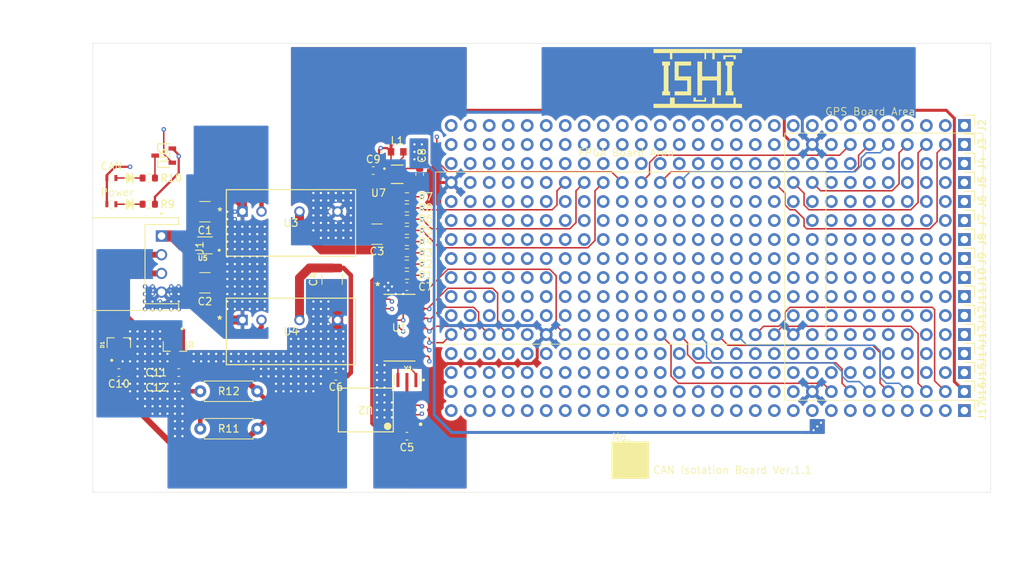
<source format=kicad_pcb>
(kicad_pcb (version 20241229) (generator "pcbnew") (generator_version "9.0")
  (title_block (title "CAN_Isolation") (date "2025-11-06") (rev "Ver.1.1") (company "ISHI-Kai"))
  (layers (0 "F.Cu" signal) (4 "In1.Cu" signal) (6 "In2.Cu" signal) (2 "B.Cu" signal) (13 "F.Paste" user) (15 "B.Paste" user) (5 "F.SilkS" user "F.Silkscreen") (7 "B.SilkS" user "B.Silkscreen") (1 "F.Mask" user) (3 "B.Mask" user) (25 "Edge.Cuts" user))
  (net 0 "")
  (net 1 "BAT_12V")
  (net 2 "BAT_GND")
  (net 3 "RF_GND")
  (net 4 "RF_3.3V")
  (net 5 "GND_5VCAN")
  (net 6 "+5VCAN")
  (net 7 "+5VD")
  (net 8 "CAN_H")
  (net 9 "CAN_L")
  (net 10 "Net-(C12-Pad1)")
  (net 56 "RF_Q1")
  (net 57 "RF_GNDA")
  (net 65 "RF_CLKOUT")
  (net 71 "RF_I1")
  (net 78 "RF_LED")
  (net 83 "RF_I0")
  (net 84 "RF_Q0")
  (net 86 "RF_IDEL")
  (net 91 "RF_SCLK")
  (net 92 "RF_ANTFLAG")
  (net 93 "Net-(U7-SW)")
  (net 94 "Net-(LED1-Pad1)")
  (net 95 "Net-(LED2-Pad1)")
  (net 96 "CAN_CS")
  (net 97 "CAN_SDO")
  (net 98 "CAN_SDI")
  (net 99 "CAN_SCK")
  (net 100 "CAN_GPIO0")
  (net 101 "CAN_GPIO1")
  (net 102 "CAN_CLK")
  (net 103 "CAN_INT")
  (net 104 "Net-(R10-Pad2)")
  (net 105 "Net-(U1-OSC2)")
  (net 106 "Net-(U1-OSC1)")
  (net 107 "Net-(U1-RXCAN)")
  (net 108 "Net-(U1-TXCAN)")
  (net 109 "CAN_LED")
  (net 201 "RF_SDATA")
  (net 236 "RF_SHDN")
  (net 242 "RF_CS")
  (net 244 "RF_LD")
  (footprint "Capacitor_SMD:C_0603_1608Metric" (layer "F.Cu") (at 130.657095 100.294905)
    (property "Reference" "C7")
    (property "Value" "100n")
  )
  (footprint "Resistor_SMD:R_0603_1608Metric" (layer "F.Cu") (at 96.157095 89.294905)
    (property "Reference" "R9")
    (property "Value" "200")
  )
  (footprint "MountingHole:MountingHole_3.2mm_M3" (layer "F.Cu") (at 143.657095 72.794905)
    (property "Reference" "REF**" (hide yes))
    (property "Value" "MountingHole_3.2mm_M3")
  )
  (footprint "CAN_Isolation:DWV0008A-IPC_A" (layer "F.Cu") (at 125.157095 116.794905 180)
    (property "Reference" "U2")
    (property "Value" "ISO1042QDWVRQ1")
  )
  (footprint "CAN_Isolation:PinHeader_1x28_P2.54mm_NoSilkScreen" (layer "F.Cu") (at 205.157095 88.934905 -90)
    (property "Reference" "J6")
    (property "Value" "Conn_01x28")
  )
  (footprint "MountingHole:MountingHole_3.2mm_M3" (layer "F.Cu") (at 93.657095 122.794905)
    (property "Reference" "REF**" (hide yes))
    (property "Value" "MountingHole_3.2mm_M3")
  )
  (footprint "CAN_Isolation:PinHeader_1x28_P2.54mm_NoSilkScreen" (layer "F.Cu") (at 205.157095 81.314905 -90)
    (property "Reference" "J3")
    (property "Value" "Conn_01x28")
  )
  (footprint "CAN_Isolation:ishikai_logo" (layer "F.Cu") (at 169.52 72.47)
    (property "Reference" "G***" (hide yes))
    (property "Value" "LOGO" (hide yes))
  )
  (footprint "CAN_Isolation:JST_S4B-XH-A" (layer "F.Cu") (at 92.157095 97.294905 -90)
    (property "Reference" "J1")
    (property "Value" "S4B-XH-A")
  )
  (footprint "Capacitor_SMD:C_0603_1608Metric" (layer "F.Cu") (at 92.157095 111.794905)
    (property "Reference" "C10")
    (property "Value" "47p")
  )
  (footprint "CAN_Isolation:PinHeader_1x28_P2.54mm_NoSilkScreen" (layer "F.Cu") (at 205.157095 94.014905 -90)
    (property "Reference" "J8")
    (property "Value" "Conn_01x28")
  )
  (footprint "MountingHole:MountingHole_3.2mm_M3" (layer "F.Cu") (at 203.657095 122.794905)
    (property "Reference" "REF**" (hide yes))
    (property "Value" "MountingHole_3.2mm_M3")
  )
  (footprint "CAN_Isolation:PinHeader_1x28_P2.54mm_NoSilkScreen" (layer "F.Cu") (at 205.157095 101.634905 -90)
    (property "Reference" "J11")
    (property "Value" "Conn_01x28")
  )
  (footprint "CAN_Isolation:PinHeader_1x28_P2.54mm_NoSilkScreen" (layer "F.Cu") (at 205.157095 116.874905 -90)
    (property "Reference" "J17")
    (property "Value" "Conn_01x28")
  )
  (footprint "CAN_Isolation:SON65P200X200X80-7N" (layer "F.Cu") (at 103.657095 94.794905 180)
    (property "Reference" "U5")
    (property "Value" "TVS1800DRVR")
  )
  (footprint "CAN_Isolation:PinHeader_1x28_P2.54mm_NoSilkScreen" (layer "F.Cu") (at 205.157095 111.794905 -90)
    (property "Reference" "J15")
    (property "Value" "Conn_01x28")
  )
  (footprint "CAN_Isolation:PinHeader_1x28_P2.54mm_NoSilkScreen" (layer "F.Cu") (at 205.157095 106.714905 -90)
    (property "Reference" "J13")
    (property "Value" "Conn_01x28")
  )
  (footprint "Capacitor_SMD:C_1210_3225Metric" (layer "F.Cu") (at 103.657095 99.794905)
    (property "Reference" "C2")
    (property "Value" "22u")
  )
  (footprint "Resistor_THT:R_Axial_DIN0207_L6.3mm_D2.5mm_P7.62mm_Horizontal" (layer "F.Cu") (at 103.037095 114.294905)
    (property "Reference" "R12")
    (property "Value" "60.4")
  )
  (footprint "Capacitor_SMD:C_0603_1608Metric" (layer "F.Cu") (at 130.657095 120.294905)
    (property "Reference" "C5")
    (property "Value" "100n")
  )
  (footprint "CAN_Isolation:TRANS_DTCZCAHZGT_ROM" (layer "F.Cu") (at 98.157095 82.794905 90)
    (property "Reference" "U6")
    (property "Value" "DTC114ECAHZGT116")
  )
  (footprint "CAN_Isolation:PinHeader_1x28_P2.54mm_NoSilkScreen" (layer "F.Cu") (at 205.157095 114.334905 -90)
    (property "Reference" "J16")
    (property "Value" "Conn_01x28")
  )
  (footprint "CAN_Isolation:PinHeader_1x28_P2.54mm_NoSilkScreen" (layer "F.Cu") (at 205.157095 91.474905 -90)
    (property "Reference" "J7")
    (property "Value" "Conn_01x28")
  )
  (footprint "CAN_Isolation:IND_LCCN_1608KK_TAY" (layer "F.Cu") (at 129.357894 82.294905)
    (property "Reference" "L1")
    (property "Value" "0.47uH")
  )
  (footprint "Capacitor_SMD:C_0603_1608Metric" (layer "F.Cu") (at 100.157095 111.794905)
    (property "Reference" "C11")
    (property "Value" "47p")
  )
  (footprint "CAN_Isolation:SOT95P237X111-3N" (layer "F.Cu") (at 92.157095 107.794905 90)
    (property "Reference" "D1")
    (property "Value" "MMBZ27VCLT1G")
  )
  (footprint "CAN_Isolation:SMLD12EN1WT86" (layer "F.Cu") (at 91.157095 85.794905 180)
    (property "Reference" "LED2" (hide yes))
    (property "Value" "SMLD12EN1WT86")
  )
  (footprint "CAN_Isolation:PinHeader_1x28_P2.54mm_NoSilkScreen" (layer "F.Cu") (at 205.157095 99.094905 -90)
    (property "Reference" "J10")
    (property "Value" "Conn_01x28")
  )
  (footprint "MountingHole:MountingHole_3.2mm_M3" (layer "F.Cu") (at 143.657095 122.794905)
    (property "Reference" "REF**" (hide yes))
    (property "Value" "MountingHole_3.2mm_M3")
  )
  (footprint "MountingHole:MountingHole_3.2mm_M3" (layer "F.Cu") (at 203.657095 72.794905)
    (property "Reference" "REF**" (hide yes))
    (property "Value" "MountingHole_3.2mm_M3")
  )
  (footprint "Capacitor_SMD:C_0603_1608Metric" (layer "F.Cu") (at 132.357894 85.294905 -90)
    (property "Reference" "C8")
    (property "Value" "10u")
  )
  (footprint "CAN_Isolation:MGS3_COS" (layer "F.Cu") (at 108.680095 90.270905)
    (property "Reference" "U3")
    (property "Value" "MGS3123R3")
  )
  (footprint "CAN_Isolation:MGS3_COS" (layer "F.Cu") (at 108.680095 104.770905)
    (property "Reference" "U4")
    (property "Value" "MGS1R51205")
  )
  (footprint "CAN_Isolation:PinHeader_1x28_P2.54mm_NoSilkScreen" (layer "F.Cu") (at 205.157095 96.554905 -90)
    (property "Reference" "J9")
    (property "Value" "Conn_01x28")
  )
  (footprint "Resistor_SMD:R_0603_1608Metric" (layer "F.Cu") (at 130.657095 92.794905)
    (property "Reference" "R5")
    (property "Value" "10k")
  )
  (footprint "Resistor_SMD:R_0603_1608Metric" (layer "F.Cu") (at 130.657095 95.794905)
    (property "Reference" "R3")
    (property "Value" "10k")
  )
  (footprint "CAN_Isolation:SOIC14_150MIL_SL_MCH" (layer "F.Cu") (at 129.657095 105.794905)
    (property "Reference" "U1")
    (property "Value" "MCP2518FDT-H/SL")
  )
  (footprint "CAN_Isolation:SMLD12EN1WT86" (layer "F.Cu") (at 91.157095 89.294905 180)
    (property "Reference" "LED1" (hide yes))
    (property "Value" "SMLD12EN1WT86")
  )
  (footprint "CAN_Isolation:SOT-5X3-8_DRL_TEX" (layer "F.Cu") (at 129.357894 85.294905)
    (property "Reference" "U7")
    (property "Value" "TPS610333QDRLRQ1")
  )
  (footprint "Resistor_SMD:R_0603_1608Metric" (layer "F.Cu") (at 130.657095 97.294905)
    (property "Reference" "R2")
    (property "Value" "10k")
  )
  (footprint "Capacitor_SMD:C_1210_3225Metric" (layer "F.Cu") (at 103.657095 90.294905)
    (property "Reference" "C1")
    (property "Value" "22u")
  )
  (footprint "Capacitor_SMD:C_0603_1608Metric" (layer "F.Cu") (at 121.157095 112.294905 180)
    (property "Reference" "C6")
    (property "Value" "100n")
  )
  (footprint "Capacitor_SMD:C_0603_1608Metric" (layer "F.Cu") (at 100.157095 113.794905 180)
    (property "Reference" "C12")
    (property "Value" "4700p")
  )
  (footprint "Resistor_THT:R_Axial_DIN0207_L6.3mm_D2.5mm_P7.62mm_Horizontal" (layer "F.Cu") (at 110.657095 119.294905 180)
    (property "Reference" "R11")
    (property "Value" "60.4")
  )
  (footprint "Capacitor_SMD:C_1210_3225Metric" (layer "F.Cu") (at 126.657095 93.294905 180)
    (property "Reference" "C3")
    (property "Value" "22u")
  )
  (footprint "MountingHole:MountingHole_3.2mm_M3" (layer "F.Cu") (at 93.657095 72.794905)
    (property "Reference" "REF**" (hide yes))
    (property "Value" "MountingHole_3.2mm_M3")
  )
  (footprint "CAN_Isolation:PinHeader_1x28_P2.54mm_NoSilkScreen" (layer "F.Cu") (at 205.157095 78.774905 -90)
    (property "Reference" "J2")
    (property "Value" "Conn_01x28")
  )
  (footprint "CAN_Isolation:PinHeader_1x28_P2.54mm_NoSilkScreen" (layer "F.Cu") (at 205.157095 86.394905 -90)
    (property "Reference" "J5")
    (property "Value" "Conn_01x28")
  )
  (footprint "CAN_Isolation:OSC_CSTNE20M0V530000R0" (layer "F.Cu") (at 130.657095 112.794905 180)
    (property "Reference" "Y1")
    (property "Value" "CSTNE20M0V530000R0")
  )
  (footprint "Capacitor_SMD:C_1210_3225Metric" (layer "F.Cu") (at 120.657095 99.294905 -90)
    (property "Reference" "C4")
    (property "Value" "22u")
  )
  (footprint "Capacitor_SMD:C_0603_1608Metric" (layer "F.Cu") (at 126.157095 84.794905 180)
    (property "Reference" "C9")
    (property "Value" "10u")
  )
  (footprint "CAN_Isolation:SOT95P237X111-3N" (layer "F.Cu") (at 99.657095 108.294905 -90)
    (property "Reference" "D2")
    (property "Value" "MMBZ27VCLT1G")
  )
  (footprint "CAN_Isolation:PinHeader_1x28_P2.54mm_NoSilkScreen" (layer "F.Cu") (at 205.157095 109.254905 -90)
    (property "Reference" "J14")
    (property "Value" "Conn_01x28")
  )
  (footprint "CAN_Isolation:PinHeader_1x28_P2.54mm_NoSilkScreen" (layer "F.Cu") (at 205.157095 83.854905 -90)
    (property "Reference" "J4")
    (property "Value" "Conn_01x28")
  )
  (footprint "CAN_Isolation:PinHeader_1x28_P2.54mm_NoSilkScreen" (layer "F.Cu") (at 205.157095 104.174905 -90)
    (property "Reference" "J12")
    (property "Value" "Conn_01x28")
  )
  (footprint "Resistor_SMD:R_0603_1608Metric" (layer "F.Cu") (at 96.157095 85.794905)
    (property "Reference" "R10")
    (property "Value" "200")
  )
  (footprint "Resistor_SMD:R_0603_1608Metric" (layer "F.Cu") (at 130.657095 91.294905)
    (property "Reference" "R6")
    (property "Value" "10k")
  )
  (footprint "Resistor_SMD:R_0603_1608Metric" (layer "F.Cu") (at 130.657095 98.794905)
    (property "Reference" "R1")
    (property "Value" "10k")
  )
  (footprint "Resistor_SMD:R_0603_1608Metric" (layer "F.Cu") (at 130.657095 88.294905)
    (property "Reference" "R7")
    (property "Value" "10k")
  )
  (footprint "Resistor_SMD:R_0603_1608Metric" (layer "F.Cu") (at 130.657095 89.794905)
    (property "Reference" "R8")
    (property "Value" "10k")
  )
  (footprint "Resistor_SMD:R_0603_1608Metric" (layer "F.Cu") (at 130.657095 94.294905)
    (property "Reference" "R4")
    (property "Value" "10k")
  )
  (gr_rect (start 181.157095 79.794905) (end 207.657095 115.494905) (stroke (width 0.1)) (fill no) (layer "F.SilkS"))
  (gr_rect (start 134.5 85) (end 186.657095 108) (stroke (width 0.1)) (fill no) (layer "F.SilkS"))
  (gr_rect (start 88.657095 67.794905) (end 208.657095 127.794905) (stroke (width 0.05)) (fill no) (layer "Edge.Cuts"))
  (gr_text "GPS Board Area" (at 186.5 77.5 0) (layer "F.SilkS") (effects (font (size 1 1) (thickness 0.1)) (justify left bottom)))
  (gr_text "No." (at 158 121 0) (layer "F.SilkS") (effects (font (size 1 1) (thickness 0.1)) (justify left bottom)))
  (gr_text "CAN Isolation Board Ver.1.1" (at 174.15 125.41 0) (layer "F.SilkS") (effects (font (size 1 1) (thickness 0.1)) (justify bottom)))
  (gr_text "CAN" (at 89.657095 84.794905 0) (layer "F.SilkS") (effects (font (size 1 1) (thickness 0.1)) (justify left bottom)))
  (gr_text "Power" (at 89.657095 88.294905 0) (layer "F.SilkS") (effects (font (size 1 1) (thickness 0.1)) (justify left bottom)))
  (gr_text "FPGA Board Area" (at 153.5 83 0) (layer "F.SilkS") (effects (font (size 1 1) (thickness 0.1)) (justify left bottom)))
  (segment (start 102.182095 102.819905) (end 106.157095 106.794905) (width 0.6) (layer "F.Cu") (net 1))
  (segment (start 97.857095 93.544905) (end 99.407095 93.544905) (width 1.5) (layer "F.Cu") (net 1))
  (segment (start 102.657095 86.294905) (end 110.657095 86.294905) (width 0.6) (layer "F.Cu") (net 1))
  (segment (start 102.637095 94.144905) (end 102.637095 95.444905) (width 0.6) (layer "F.Cu") (net 1))
  (segment (start 111.220095 105.731905) (end 111.220095 104.770905) (width 0.6) (layer "F.Cu") (net 1))
  (segment (start 111.220095 86.857905) (end 111.220095 90.270905) (width 0.6) (layer "F.Cu") (net 1))
  (segment (start 110.157095 106.794905) (end 111.220095 105.731905) (width 0.6) (layer "F.Cu") (net 1))
  (segment (start 102.182095 99.794905) (end 102.182095 102.819905) (width 0.6) (layer "F.Cu") (net 1))
  (segment (start 102.637095 95.444905) (end 102.637095 96.864905) (width 0.6) (layer "F.Cu") (net 1))
  (segment (start 102.182095 97.319905) (end 102.182095 99.794905) (width 0.6) (layer "F.Cu") (net 1))
  (segment (start 100.657095 94.794905) (end 102.206095 94.794905) (width 1.5) (layer "F.Cu") (net 1))
  (segment (start 102.182095 86.769905) (end 102.657095 86.294905) (width 0.6) (layer "F.Cu") (net 1))
  (segment (start 99.407095 93.544905) (end 100.657095 94.794905) (width 1.5) (layer "F.Cu") (net 1))
  (segment (start 110.657095 86.294905) (end 111.220095 86.857905) (width 0.6) (layer "F.Cu") (net 1))
  (segment (start 102.182095 90.294905) (end 102.182095 86.769905) (width 0.6) (layer "F.Cu") (net 1))
  (segment (start 102.637095 96.864905) (end 102.182095 97.319905) (width 0.6) (layer "F.Cu") (net 1))
  (segment (start 102.637095 92.814905) (end 102.182095 92.359905) (width 0.6) (layer "F.Cu") (net 1))
  (segment (start 102.637095 94.144905) (end 102.637095 92.814905) (width 0.6) (layer "F.Cu") (net 1))
  (segment (start 106.157095 106.794905) (end 110.157095 106.794905) (width 0.6) (layer "F.Cu") (net 1))
  (segment (start 102.182095 92.359905) (end 102.182095 90.294905) (width 0.6) (layer "F.Cu") (net 1))
  (segment (start 104.307095 94.144905) (end 103.657095 94.794905) (width 0.4) (layer "F.Cu") (net 2))
  (segment (start 105.132095 97.319905) (end 104.677095 96.864905) (width 1.2) (layer "F.Cu") (net 2))
  (segment (start 104.677095 94.144905) (end 104.677095 95.444905) (width 1.2) (layer "F.Cu") (net 2))
  (segment (start 104.677095 94.794905) (end 103.657095 94.794905) (width 0.4) (layer "F.Cu") (net 2))
  (segment (start 104.677095 94.144905) (end 104.677095 94.794905) (width 1.1) (layer "F.Cu") (net 2))
  (segment (start 105.132095 103.769905) (end 106.133095 104.770905) (width 1.2) (layer "F.Cu") (net 2))
  (segment (start 105.132095 88.819905) (end 105.657095 88.294905) (width 1.2) (layer "F.Cu") (net 2))
  (segment (start 104.677095 93.224905) (end 104.677095 94.144905) (width 1.2) (layer "F.Cu") (net 2))
  (segment (start 107.657095 88.294905) (end 108.680095 89.317905) (width 1.2) (layer "F.Cu") (net 2))
  (segment (start 104.677095 94.794905) (end 104.677095 95.444905) (width 1.1) (layer "F.Cu") (net 2))
  (segment (start 105.132095 99.794905) (end 105.132095 103.769905) (width 1.2) (layer "F.Cu") (net 2))
  (segment (start 97.857095 101.044905) (end 97.857095 101.094905) (width 0.4) (layer "F.Cu") (net 2))
  (segment (start 105.132095 97.319905) (end 105.132095 99.794905) (width 1.2) (layer "F.Cu") (net 2))
  (segment (start 104.677095 95.444905) (end 104.307095 95.444905) (width 0.4) (layer "F.Cu") (net 2))
  (segment (start 104.307095 95.444905) (end 103.657095 94.794905) (width 0.4) (layer "F.Cu") (net 2))
  (segment (start 108.680095 89.317905) (end 108.680095 90.270905) (width 1.2) (layer "F.Cu") (net 2))
  (segment (start 105.132095 92.769905) (end 104.677095 93.224905) (width 1.2) (layer "F.Cu") (net 2))
  (segment (start 104.677095 94.144905) (end 104.307095 94.144905) (width 0.4) (layer "F.Cu") (net 2))
  (segment (start 105.132095 92.769905) (end 105.132095 90.294905) (width 1.2) (layer "F.Cu") (net 2))
  (segment (start 104.677095 96.864905) (end 104.677095 95.444905) (width 1.2) (layer "F.Cu") (net 2))
  (segment (start 105.657095 88.294905) (end 107.657095 88.294905) (width 1.2) (layer "F.Cu") (net 2))
  (segment (start 106.133095 104.770905) (end 108.680095 104.770905) (width 1.2) (layer "F.Cu") (net 2))
  (segment (start 105.132095 90.294905) (end 105.132095 88.819905) (width 1.2) (layer "F.Cu") (net 2))
  (via (at 110.657095 94.270905) (size 0.6) (drill 0.3) (layers "F.Cu" "B.Cu") (net 2))
  (via (at 109.657095 99.294905) (size 0.6) (drill 0.3) (layers "F.Cu" "B.Cu") (net 2))
  (via (at 107.657095 92.294905) (size 0.6) (drill 0.3) (layers "F.Cu" "B.Cu") (net 2))
  (via (at 111.657095 94.294905) (size 0.6) (drill 0.3) (layers "F.Cu" "B.Cu") (net 2))
  (via (at 106.657095 98.294905) (size 0.6) (drill 0.3) (layers "F.Cu" "B.Cu") (net 2))
  (via (at 99.157095 101.294905) (size 0.6) (drill 0.3) (layers "F.Cu" "B.Cu") (net 2))
  (via (at 108.657095 95.294905) (size 0.6) (drill 0.3) (layers "F.Cu" "B.Cu") (net 2))
  (via (at 107.657095 90.294905) (size 0.6) (drill 0.3) (layers "F.Cu" "B.Cu") (net 2))
  (via (at 106.657095 95.294905) (size 0.6) (drill 0.3) (layers "F.Cu" "B.Cu") (net 2))
  (via (at 106.657095 94.294905) (size 0.6) (drill 0.3) (layers "F.Cu" "B.Cu") (net 2))
  (via (at 109.657095 95.294905) (size 0.6) (drill 0.3) (layers "F.Cu" "B.Cu") (net 2))
  (via (at 107.657095 97.294905) (size 0.6) (drill 0.3) (layers "F.Cu" "B.Cu") (net 2))
  (via (at 108.657095 100.294905) (size 0.6) (drill 0.3) (layers "F.Cu" "B.Cu") (net 2))
  (via (at 99.157095 102.294905) (size 0.6) (drill 0.3) (layers "F.Cu" "B.Cu") (net 2))
  (via (at 108.657095 92.294905) (size 0.6) (drill 0.3) (layers "F.Cu" "B.Cu") (net 2))
  (via (at 95.657095 100.294905) (size 0.6) (drill 0.3) (layers "F.Cu" "B.Cu") (net 2))
  (via (at 109.657095 102.294905) (size 0.6) (drill 0.3) (layers "F.Cu" "B.Cu") (net 2))
  (via (at 108.657095 93.294905) (size 0.6) (drill 0.3) (layers "F.Cu" "B.Cu") (net 2))
  (via (at 107.657095 103.294905) (size 0.6) (drill 0.3) (layers "F.Cu" "B.Cu") (net 2))
  (via (at 100.157095 100.294905) (size 0.6) (drill 0.3) (layers "F.Cu" "B.Cu") (net 2))
  (via (at 106.657095 90.294905) (size 0.6) (drill 0.3) (layers "F.Cu" "B.Cu") (net 2))
  (via (at 109.657095 101.294905) (size 0.6) (drill 0.3) (layers "F.Cu" "B.Cu") (net 2))
  (via (at 107.657095 93.294905) (size 0.6) (drill 0.3) (layers "F.Cu" "B.Cu") (net 2))
  (via (at 96.657095 103.294905) (size 0.6) (drill 0.3) (layers "F.Cu" "B.Cu") (net 2))
  (via (at 97.657095 102.294905) (size 0.6) (drill 0.3) (layers "F.Cu" "B.Cu") (net 2))
  (via (at 106.657095 97.294905) (size 0.6) (drill 0.3) (layers "F.Cu" "B.Cu") (net 2))
  (via (at 108.657095 102.294905) (size 0.6) (drill 0.3) (layers "F.Cu" "B.Cu") (net 2))
  (via (at 108.657095 103.294905) (size 0.6) (drill 0.3) (layers "F.Cu" "B.Cu") (net 2))
  (via (at 110.657095 97.294905) (size 0.6) (drill 0.3) (layers "F.Cu" "B.Cu") (net 2))
  (via (at 110.657095 93.294905) (size 0.6) (drill 0.3) (layers "F.Cu" "B.Cu") (net 2))
  (via (at 95.657095 103.294905) (size 0.6) (drill 0.3) (layers "F.Cu" "B.Cu") (net 2))
  (via (at 108.657095 96.294905) (size 0.6) (drill 0.3) (layers "F.Cu" "B.Cu") (net 2))
  (via (at 111.657095 99.294905) (size 0.6) (drill 0.3) (layers "F.Cu" "B.Cu") (net 2))
  (via (at 95.657095 101.294905) (size 0.6) (drill 0.3) (layers "F.Cu" "B.Cu") (net 2))
  (via (at 110.657095 100.294905) (size 0.6) (drill 0.3) (layers "F.Cu" "B.Cu") (net 2))
  (via (at 96.657095 102.294905) (size 0.6) (drill 0.3) (layers "F.Cu" "B.Cu") (net 2))
  (via (at 111.657095 100.294905) (size 0.6) (drill 0.3) (layers "F.Cu" "B.Cu") (net 2))
  (via (at 109.657095 100.294905) (size 0.6) (drill 0.3) (layers "F.Cu" "B.Cu") (net 2))
  (via (at 111.657095 93.294905) (size 0.6) (drill 0.3) (layers "F.Cu" "B.Cu") (net 2))
  (via (at 107.657095 99.294905) (size 0.6) (drill 0.3) (layers "F.Cu" "B.Cu") (net 2))
  (via (at 108.657095 98.294905) (size 0.6) (drill 0.3) (layers "F.Cu" "B.Cu") (net 2))
  (via (at 108.657095 97.294905) (size 0.6) (drill 0.3) (layers "F.Cu" "B.Cu") (net 2))
  (via (at 109.657095 98.294905) (size 0.6) (drill 0.3) (layers "F.Cu" "B.Cu") (net 2))
  (via (at 110.657095 95.294905) (size 0.6) (drill 0.3) (layers "F.Cu" "B.Cu") (net 2))
  (via (at 107.657095 95.294905) (size 0.6) (drill 0.3) (layers "F.Cu" "B.Cu") (net 2))
  (via (at 99.157095 100.294905) (size 0.6) (drill 0.3) (layers "F.Cu" "B.Cu") (net 2))
  (via (at 106.657095 100.294905) (size 0.6) (drill 0.3) (layers "F.Cu" "B.Cu") (net 2))
  (via (at 111.657095 95.294905) (size 0.6) (drill 0.3) (layers "F.Cu" "B.Cu") (net 2))
  (via (at 96.657095 100.294905) (size 0.6) (drill 0.3) (layers "F.Cu" "B.Cu") (net 2))
  (via (at 108.657095 94.294905) (size 0.6) (drill 0.3) (layers "F.Cu" "B.Cu") (net 2))
  (via (at 111.657095 102.294905) (size 0.6) (drill 0.3) (layers "F.Cu" "B.Cu") (net 2))
  (via (at 108.657095 101.294905) (size 0.6) (drill 0.3) (layers "F.Cu" "B.Cu") (net 2))
  (via (at 107.657095 100.294905) (size 0.6) (drill 0.3) (layers "F.Cu" "B.Cu") (net 2))
  (via (at 106.657095 92.294905) (size 0.6) (drill 0.3) (layers "F.Cu" "B.Cu") (net 2))
  (via (at 109.657095 93.294905) (size 0.6) (drill 0.3) (layers "F.Cu" "B.Cu") (net 2))
  (via (at 109.657095 92.294905) (size 0.6) (drill 0.3) (layers "F.Cu" "B.Cu") (net 2))
  (via (at 100.157095 101.294905) (size 0.6) (drill 0.3) (layers "F.Cu" "B.Cu") (net 2))
  (via (at 109.657095 103.294905) (size 0.6) (drill 0.3) (layers "F.Cu" "B.Cu") (net 2))
  (via (at 107.657095 101.294905) (size 0.6) (drill 0.3) (layers "F.Cu" "B.Cu") (net 2))
  (via (at 111.657095 92.294905) (size 0.6) (drill 0.3) (layers "F.Cu" "B.Cu") (net 2))
  (via (at 107.657095 102.294905) (size 0.6) (drill 0.3) (layers "F.Cu" "B.Cu") (net 2))
  (via (at 109.657095 97.294905) (size 0.6) (drill 0.3) (layers "F.Cu" "B.Cu") (net 2))
  (via (at 110.657095 101.294905) (size 0.6) (drill 0.3) (layers "F.Cu" "B.Cu") (net 2))
  (via (at 110.657095 99.294905) (size 0.6) (drill 0.3) (layers "F.Cu" "B.Cu") (net 2))
  (via (at 96.657095 101.294905) (size 0.6) (drill 0.3) (layers "F.Cu" "B.Cu") (net 2))
  (via (at 110.657095 92.294905) (size 0.6) (drill 0.3) (layers "F.Cu" "B.Cu") (net 2))
  (via (at 99.157095 103.294905) (size 0.6) (drill 0.3) (layers "F.Cu" "B.Cu") (net 2))
  (via (at 110.657095 96.294905) (size 0.6) (drill 0.3) (layers "F.Cu" "B.Cu") (net 2))
  (via (at 107.657095 98.294905) (size 0.6) (drill 0.3) (layers "F.Cu" "B.Cu") (net 2))
  (via (at 109.657095 94.294905) (size 0.6) (drill 0.3) (layers "F.Cu" "B.Cu") (net 2))
  (via (at 95.657095 102.294905) (size 0.6) (drill 0.3) (layers "F.Cu" "B.Cu") (net 2))
  (via (at 111.657095 103.294905) (size 0.6) (drill 0.3) (layers "F.Cu" "B.Cu") (net 2))
  (via (at 106.657095 102.294905) (size 0.6) (drill 0.3) (layers "F.Cu" "B.Cu") (net 2))
  (via (at 110.657095 102.294905) (size 0.6) (drill 0.3) (layers "F.Cu" "B.Cu") (net 2))
  (via (at 111.657095 98.294905) (size 0.6) (drill 0.3) (layers "F.Cu" "B.Cu") (net 2))
  (via (at 110.657095 98.294905) (size 0.6) (drill 0.3) (layers "F.Cu" "B.Cu") (net 2))
  (via (at 106.657095 99.294905) (size 0.6) (drill 0.3) (layers "F.Cu" "B.Cu") (net 2))
  (via (at 107.657095 94.294905) (size 0.6) (drill 0.3) (layers "F.Cu" "B.Cu") (net 2))
  (via (at 111.657095 101.294905) (size 0.6) (drill 0.3) (layers "F.Cu" "B.Cu") (net 2))
  (via (at 108.657095 99.294905) (size 0.6) (drill 0.3) (layers "F.Cu" "B.Cu") (net 2))
  (via (at 111.657095 97.294905) (size 0.6) (drill 0.3) (layers "F.Cu" "B.Cu") (net 2))
  (via (at 106.657095 101.294905) (size 0.6) (drill 0.3) (layers "F.Cu" "B.Cu") (net 2))
  (via (at 106.657095 103.294905) (size 0.6) (drill 0.3) (layers "F.Cu" "B.Cu") (net 2))
  (via (at 109.657095 96.294905) (size 0.6) (drill 0.3) (layers "F.Cu" "B.Cu") (net 2))
  (via (at 100.157095 103.294905) (size 0.6) (drill 0.3) (layers "F.Cu" "B.Cu") (net 2))
  (via (at 107.657095 91.294905) (size 0.6) (drill 0.3) (layers "F.Cu" "B.Cu") (net 2))
  (via (at 110.657095 103.294905) (size 0.6) (drill 0.3) (layers "F.Cu" "B.Cu") (net 2))
  (via (at 106.657095 96.294905) (size 0.6) (drill 0.3) (layers "F.Cu" "B.Cu") (net 2))
  (via (at 97.657095 103.294905) (size 0.6) (drill 0.3) (layers "F.Cu" "B.Cu") (net 2))
  (via (at 111.657095 96.294905) (size 0.6) (drill 0.3) (layers "F.Cu" "B.Cu") (net 2))
  (via (at 106.657095 93.294905) (size 0.6) (drill 0.3) (layers "F.Cu" "B.Cu") (net 2))
  (via (at 107.657095 96.294905) (size 0.6) (drill 0.3) (layers "F.Cu" "B.Cu") (net 2))
  (via (at 100.157095 102.294905) (size 0.6) (drill 0.3) (layers "F.Cu" "B.Cu") (net 2))
  (via (at 106.657095 91.294905) (size 0.6) (drill 0.3) (layers "F.Cu" "B.Cu") (net 2))
  (segment (start 97.857095 101.044905) (end 98.907095 101.044905) (width 0.4) (layer "B.Cu") (net 2))
  (segment (start 108.680095 104.770905) (end 108.680095 104.817905) (width 1.2) (layer "B.Cu") (net 2))
  (segment (start 98.907095 101.044905) (end 99.157095 101.294905) (width 0.4) (layer "B.Cu") (net 2))
  (segment (start 97.857095 101.044905) (end 98.407095 101.044905) (width 0.4) (layer "B.Cu") (net 2))
  (segment (start 97.857095 101.044905) (end 97.407095 101.044905) (width 0.4) (layer "B.Cu") (net 2))
  (segment (start 97.857095 101.044905) (end 96.907095 101.044905) (width 0.4) (layer "B.Cu") (net 2))
  (segment (start 108.680095 104.770905) (end 108.681095 104.770905) (width 1.2) (layer "B.Cu") (net 2))
  (segment (start 97.407095 101.044905) (end 96.657095 100.294905) (width 0.4) (layer "B.Cu") (net 2))
  (segment (start 96.907095 101.044905) (end 96.657095 101.294905) (width 0.4) (layer "B.Cu") (net 2))
  (segment (start 98.407095 101.044905) (end 99.157095 100.294905) (width 0.4) (layer "B.Cu") (net 2))
  (segment (start 127.657095 115.794905) (end 128.657095 115.794905) (width 0.6) (layer "F.Cu") (net 3))
  (segment (start 96.982095 88.307905) (end 96.982095 89.294905) (width 0.3) (layer "F.Cu") (net 3))
  (segment (start 126.657095 115.794905) (end 127.657095 115.794905) (width 0.6) (layer "F.Cu") (net 3))
  (segment (start 126.657095 113.794905) (end 127.657095 113.794905) (width 0.6) (layer "F.Cu") (net 3))
  (segment (start 128.657095 100.294905) (end 128.157095 99.794905) (width 0.6) (layer "F.Cu") (net 3))
  (segment (start 126.657095 114.794905) (end 127.657095 114.794905) (width 0.6) (layer "F.Cu") (net 3))
  (segment (start 129.157095 101.294905) (end 130.157095 101.294905) (width 0.6) (layer "F.Cu") (net 3))
  (segment (start 128.657095 117.794905) (end 127.657095 117.794905) (width 0.6) (layer "F.Cu") (net 3))
  (segment (start 129.157095 100.794905) (end 128.657095 100.294905) (width 0.6) (layer "F.Cu") (net 3))
  (segment (start 130.157095 85.544905) (end 130.607894 85.544905) (width 0.2) (layer "F.Cu") (net 3))
  (segment (start 126.657095 115.794905) (end 126.657095 114.794905) (width 0.6) (layer "F.Cu") (net 3))
  (segment (start 100.159095 85.130905) (end 96.982095 88.307905) (width 0.3) (layer "F.Cu") (net 3))
  (segment (start 126.657095 112.794905) (end 127.657095 112.794905) (width 0.6) (layer "F.Cu") (net 3))
  (segment (start 127.657095 113.794905) (end 127.657095 114.794905) (width 0.6) (layer "F.Cu") (net 3))
  (segment (start 149.277095 106.714905) (end 148.073695 107.918305) (width 0.4) (layer "F.Cu") (net 3))
  (segment (start 131.537789 120.294905) (end 131.432095 120.294905) (width 0.4) (layer "F.Cu") (net 3))
  (segment (start 127.657095 110.794905) (end 127.657095 111.794905) (width 0.6) (layer "F.Cu") (net 3))
  (segment (start 148.073695 107.918305) (end 148.073695 109.855) (width 0.4) (layer "F.Cu") (net 3))
  (segment (start 128.657095 100.294905) (end 127.657095 100.294905) (width 0.6) (layer "F.Cu") (net 3))
  (segment (start 128.157095 100.794905) (end 128.657095 100.794905) (width 0.6) (layer "F.Cu") (net 3))
  (segment (start 128.657095 100.294905) (end 128.157095 100.794905) (width 0.6) (layer "F.Cu") (net 3))
  (segment (start 136.577095 86.394905) (end 132.682894 86.394905) (width 0.4) (layer "F.Cu") (net 3))
  (segment (start 128.657095 100.794905) (end 129.157095 101.294905) (width 0.6) (layer "F.Cu") (net 3))
  (segment (start 148.073695 109.855) (end 147.33719 110.591505) (width 0.4) (layer "F.Cu") (net 3))
  (segment (start 129.882095 100.294905) (end 129.882095 100.569905) (width 0.6) (layer "F.Cu") (net 3))
  (segment (start 125.182095 93.294905) (end 124.157095 93.294905) (width 2) (layer "F.Cu") (net 3))
  (segment (start 127.311395 110.449205) (end 127.657095 110.794905) (width 0.6) (layer "F.Cu") (net 3))
  (segment (start 130.157095 100.569905) (end 129.882095 100.294905) (width 0.6) (layer "F.Cu") (net 3))
  (segment (start 127.002795 109.604905) (end 127.002795 110.449205) (width 0.6) (layer "F.Cu") (net 3))
  (segment (start 128.657095 116.794905) (end 127.657095 116.794905) (width 0.6) (layer "F.Cu") (net 3))
  (segment (start 136.07863 110.591505) (end 135.373695 111.29644) (width 0.4) (layer "F.Cu") (net 3))
  (segment (start 128.657095 115.794905) (end 128.657095 116.794905) (width 0.6) (layer "F.Cu") (net 3))
  (segment (start 130.657095 112.794905) (end 130.657095 114.690428) (width 0.4) (layer "F.Cu") (net 3))
  (segment (start 129.157095 101.294905) (end 129.157095 100.794905) (width 0.6) (layer "F.Cu") (net 3))
  (segment (start 127.002795 110.449205) (end 127.311395 110.449205) (width 0.6) (layer "F.Cu") (net 3))
  (segment (start 126.657095 116.794905) (end 127.657095 116.794905) (width 0.6) (layer "F.Cu") (net 3))
  (segment (start 127.002795 110.449205) (end 126.657095 110.794905) (width 0.6) (layer "F.Cu") (net 3))
  (segment (start 127.657095 114.794905) (end 127.657095 115.794905) (width 0.6) (layer "F.Cu") (net 3))
  (segment (start 130.657095 114.690428) (end 130.457618 114.889905) (width 0.4) (layer "F.Cu") (net 3))
  (segment (start 126.657095 111.794905) (end 127.657095 111.794905) (width 0.6) (layer "F.Cu") (net 3))
  (segment (start 127.657095 115.794905) (end 127.657095 116.794905) (width 0.6) (layer "F.Cu") (net 3))
  (segment (start 135.373695 111.29644) (end 135.373695 116.459) (width 0.4) (layer "F.Cu") (net 3))
  (segment (start 126.657095 113.794905) (end 126.657095 112.794905) (width 0.6) (layer "F.Cu") (net 3))
  (segment (start 100.159095 82.703904) (end 99.300095 81.844904) (width 0.3) (layer "F.Cu") (net 3))
  (segment (start 135.373695 116.459) (end 131.537789 120.294905) (width 0.4) (layer "F.Cu") (net 3))
  (segment (start 127.657095 111.794905) (end 127.657095 112.794905) (width 0.6) (layer "F.Cu") (net 3))
  (segment (start 126.657095 116.794905) (end 126.657095 115.794905) (width 0.6) (layer "F.Cu") (net 3))
  (segment (start 127.657095 116.794905) (end 127.657095 117.794905) (width 0.6) (layer "F.Cu") (net 3))
  (segment (start 129.882095 100.569905) (end 129.157095 101.294905) (width 0.6) (layer "F.Cu") (net 3))
  (segment (start 128.157095 100.794905) (end 127.657095 100.294905) (width 0.6) (layer "F.Cu") (net 3))
  (segment (start 126.657095 117.794905) (end 126.657095 116.794905) (width 0.6) (layer "F.Cu") (net 3))
  (segment (start 126.657095 112.794905) (end 126.657095 111.794905) (width 0.6) (layer "F.Cu") (net 3))
  (segment (start 130.607894 85.544905) (end 131.132894 86.069905) (width 0.2) (layer "F.Cu") (net 3))
  (segment (start 127.657095 112.794905) (end 127.657095 113.794905) (width 0.6) (layer "F.Cu") (net 3))
  (segment (start 126.657095 114.794905) (end 126.657095 113.794905) (width 0.6) (layer "F.Cu") (net 3))
  (segment (start 147.33719 110.591505) (end 136.07863 110.591505) (width 0.4) (layer "F.Cu") (net 3))
  (segment (start 132.682894 86.394905) (end 132.357894 86.069905) (width 0.4) (layer "F.Cu") (net 3))
  (segment (start 130.457618 114.889905) (end 127.752095 114.889905) (width 0.6) (layer "F.Cu") (net 3))
  (segment (start 127.657095 100.294905) (end 128.157095 99.794905) (width 0.6) (layer "F.Cu") (net 3))
  (segment (start 130.157095 101.294905) (end 130.157095 100.569905) (width 0.6) (layer "F.Cu") (net 3))
  (segment (start 128.657095 116.794905) (end 128.657095 117.794905) (width 0.6) (layer "F.Cu") (net 3))
  (segment (start 127.657095 117.794905) (end 126.657095 117.794905) (width 0.6) (layer "F.Cu") (net 3))
  (segment (start 131.132894 86.069905) (end 132.357894 86.069905) (width 0.2) (layer "F.Cu") (net 3))
  (segment (start 127.752095 114.889905) (end 127.657095 114.794905) (width 0.4) (layer "F.Cu") (net 3))
  (segment (start 100.159095 82.885906) (end 100.159095 82.703904) (width 0.3) (layer "F.Cu") (net 3))
  (segment (start 129.882095 100.294905) (end 128.657095 100.294905) (width 0.6) (layer "F.Cu") (net 3))
  (segment (start 126.657095 111.794905) (end 126.657095 110.794905) (width 0.6) (layer "F.Cu") (net 3))
  (segment (start 100.159095 82.885906) (end 100.159095 85.130905) (width 0.3) (layer "F.Cu") (net 3))
  (via (at 122.157095 92.794905) (size 0.6) (drill 0.3) (layers "F.Cu" "B.Cu") (net 3))
  (via (at 119.157095 93.794905) (size 0.6) (drill 0.3) (layers "F.Cu" "B.Cu") (net 3))
  (via (at 121.157095 87.794905) (size 0.6) (drill 0.3) (layers "F.Cu" "B.Cu") (net 3))
  (via (at 123.157095 93.794905) (size 0.6) (drill 0.3) (layers "F.Cu" "B.Cu") (net 3))
  (via (at 127.657095 115.794905) (size 0.6) (drill 0.3) (layers "F.Cu" "B.Cu") (net 3))
  (via (at 122.157095 88.794905) (size 0.6) (drill 0.3) (layers "F.Cu" "B.Cu") (net 3))
  (via (at 118.157095 91.794905) (size 0.6) (drill 0.3) (layers "F.Cu" "B.Cu") (net 3))
  (via (at 126.657095 116.794905) (size 0.6) (drill 0.3) (layers "F.Cu" "B.Cu") (net 3))
  (via (at 120.157095 92.794905) (size 0.6) (drill 0.3) (layers "F.Cu" "B.Cu") (net 3))
  (via (at 130.157095 101.294905) (size 0.6) (drill 0.3) (layers "F.Cu" "B.Cu") (net 3))
  (via (at 128.657095 115.794905) (size 0.6) (drill 0.3) (layers "F.Cu" "B.Cu") (net 3))
  (via (at 128.657095 100.294905) (size 0.6) (drill 0.3) (layers "F.Cu" "B.Cu") (net 3))
  (via (at 122.157095 93.794905) (size 0.6) (drill 0.3) (layers "F.Cu" "B.Cu") (net 3))
  (via (at 121.157095 91.794905) (size 0.6) (drill 0.3) (layers "F.Cu" "B.Cu") (net 3))
  (via (at 128.157095 100.794905) (size 0.6) (drill 0.3) (layers "F.Cu" "B.Cu") (net 3))
  (via (at 123.157095 89.794905) (size 0.6) (drill 0.3) (layers "F.Cu" "B.Cu") (net 3))
  (via (at 127.657095 114.794905) (size 0.6) (drill 0.3) (layers "F.Cu" "B.Cu") (net 3))
  (via (at 126.657095 115.794905) (size 0.6) (drill 0.3) (layers "F.Cu" "B.Cu") (net 3))
  (via (at 128.157095 99.794905) (size 0.6) (drill 0.3) (layers "F.Cu" "B.Cu") (net 3))
  (via (at 127.657095 112.794905) (size 0.6) (drill 0.3) (layers "F.Cu" "B.Cu") (net 3))
  (via (at 120.157095 87.794905) (size 0.6) (drill 0.3) (layers "F.Cu" "B.Cu") (net 3))
  (via (at 126.657095 110.794905) (size 0.6) (drill 0.3) (layers "F.Cu" "B.Cu") (net 3))
  (via (at 127.657095 100.294905) (size 0.6) (drill 0.3) (layers "F.Cu" "B.Cu") (net 3))
  (via (at 100.159095 82.885906) (size 0.6) (drill 0.3) (layers "F.Cu" "B.Cu") (net 3))
  (via (at 120.157095 88.794905) (size 0.6) (drill 0.3) (layers "F.Cu" "B.Cu") (net 3))
  (via (at 119.157095 89.794905) (size 0.6) (drill 0.3) (layers "F.Cu" "B.Cu") (net 3))
  (via (at 123.157095 88.794905) (size 0.6) (drill 0.3) (layers "F.Cu" "B.Cu") (net 3))
  (via (at 127.657095 116.794905) (size 0.6) (drill 0.3) (layers "F.Cu" "B.Cu") (net 3))
  (via (at 119.157095 90.794905) (size 0.6) (drill 0.3) (layers "F.Cu" "B.Cu") (net 3))
  (via (at 127.657095 110.794905) (size 0.6) (drill 0.3) (layers "F.Cu" "B.Cu") (net 3))
  (via (at 119.157095 92.794905) (size 0.6) (drill 0.3) (layers "F.Cu" "B.Cu") (net 3))
  (via (at 118.157095 88.794905) (size 0.6) (drill 0.3) (layers "F.Cu" "B.Cu") (net 3))
  (via (at 122.157095 87.794905) (size 0.6) (drill 0.3) (layers "F.Cu" "B.Cu") (net 3))
  (via (at 121.157095 93.794905) (size 0.6) (drill 0.3) (layers "F.Cu" "B.Cu") (net 3))
  (via (at 118.157095 89.794905) (size 0.6) (drill 0.3) (layers "F.Cu" "B.Cu") (net 3))
  (via (at 127.657095 111.794905) (size 0.6) (drill 0.3) (layers "F.Cu" "B.Cu") (net 3))
  (via (at 127.657095 113.794905) (size 0.6) (drill 0.3) (layers "F.Cu" "B.Cu") (net 3))
  (via (at 118.157095 92.794905) (size 0.6) (drill 0.3) (layers "F.Cu" "B.Cu") (net 3))
  (via (at 122.157095 91.794905) (size 0.6) (drill 0.3) (layers "F.Cu" "B.Cu") (net 3))
  (via (at 119.157095 91.794905) (size 0.6) (drill 0.3) (layers "F.Cu" "B.Cu") (net 3))
  (via (at 121.157095 88.794905) (size 0.6) (drill 0.3) (layers "F.Cu" "B.Cu") (net 3))
  (via (at 123.157095 92.794905) (size 0.6) (drill 0.3) (layers "F.Cu" "B.Cu") (net 3))
  (via (at 126.657095 112.794905) (size 0.6) (drill 0.3) (layers "F.Cu" "B.Cu") (net 3))
  (via (at 118.157095 90.794905) (size 0.6) (drill 0.3) (layers "F.Cu" "B.Cu") (net 3))
  (via (at 126.657095 113.794905) (size 0.6) (drill 0.3) (layers "F.Cu" "B.Cu") (net 3))
  (via (at 123.157095 91.794905) (size 0.6) (drill 0.3) (layers "F.Cu" "B.Cu") (net 3))
  (via (at 120.157095 90.794905) (size 0.6) (drill 0.3) (layers "F.Cu" "B.Cu") (net 3))
  (via (at 127.657095 117.794905) (size 0.6) (drill 0.3) (layers "F.Cu" "B.Cu") (net 3))
  (via (at 120.157095 91.794905) (size 0.6) (drill 0.3) (layers "F.Cu" "B.Cu") (net 3))
  (via (at 121.157095 92.794905) (size 0.6) (drill 0.3) (layers "F.Cu" "B.Cu") (net 3))
  (via (at 126.657095 111.794905) (size 0.6) (drill 0.3) (layers "F.Cu" "B.Cu") (net 3))
  (via (at 118.157095 87.794905) (size 0.6) (drill 0.3) (layers "F.Cu" "B.Cu") (net 3))
  (via (at 128.657095 117.794905) (size 0.6) (drill 0.3) (layers "F.Cu" "B.Cu") (net 3))
  (via (at 120.157095 93.794905) (size 0.6) (drill 0.3) (layers "F.Cu" "B.Cu") (net 3))
  (via (at 119.157095 88.794905) (size 0.6) (drill 0.3) (layers "F.Cu" "B.Cu") (net 3))
  (via (at 129.157095 101.294905) (size 0.6) (drill 0.3) (layers "F.Cu" "B.Cu") (net 3))
  (via (at 123.157095 87.794905) (size 0.6) (drill 0.3) (layers "F.Cu" "B.Cu") (net 3))
  (via (at 126.657095 117.794905) (size 0.6) (drill 0.3) (layers "F.Cu" "B.Cu") (net 3))
  (via (at 119.157095 87.794905) (size 0.6) (drill 0.3) (layers "F.Cu" "B.Cu") (net 3))
  (via (at 128.657095 116.794905) (size 0.6) (drill 0.3) (layers "F.Cu" "B.Cu") (net 3))
  (via (at 126.657095 114.794905) (size 0.6) (drill 0.3) (layers "F.Cu" "B.Cu") (net 3))
  (via (at 123.157095 90.794905) (size 0.6) (drill 0.3) (layers "F.Cu" "B.Cu") (net 3))
  (via (at 120.157095 89.794905) (size 0.6) (drill 0.3) (layers "F.Cu" "B.Cu") (net 3))
  (segment (start 135.5 77) (end 134 78.5) (width 0.4) (layer "B.Cu") (net 3))
  (segment (start 134.863895 104.16357) (end 136.21183 105.511505) (width 0.4) (layer "B.Cu") (net 3))
  (segment (start 183.5 78) (end 182.5 77) (width 0.4) (layer "B.Cu") (net 3))
  (segment (start 182.5 77) (end 135.5 77) (width 0.4) (layer "B.Cu") (net 3))
  (segment (start 134.863895 88.108105) (end 134.863895 104.16357) (width 0.4) (layer "B.Cu") (net 3))
  (segment (start 134 83.81781) (end 136.577095 86.394905) (width 0.4) (layer "B.Cu") (net 3))
  (segment (start 134 78.5) (end 134 83.81781) (width 0.4) (layer "B.Cu") (net 3))
  (segment (start 148.073695 105.511505) (end 149.277095 106.714905) (width 0.4) (layer "B.Cu") (net 3))
  (segment (start 136.577095 86.394905) (end 134.863895 88.108105) (width 0.4) (layer "B.Cu") (net 3))
  (segment (start 136.21183 105.511505) (end 148.073695 105.511505) (width 0.4) (layer "B.Cu") (net 3))
  (segment (start 184.837095 81.314905) (end 183.5 79.97781) (width 0.4) (layer "B.Cu") (net 3))
  (segment (start 183.5 79.97781) (end 183.5 78) (width 0.4) (layer "B.Cu") (net 3))
  (segment (start 129.832095 91.294905) (end 129.832095 92.794905) (width 0.8) (layer "F.Cu") (net 4))
  (segment (start 129.832095 89.794905) (end 129.832095 88.294905) (width 0.8) (layer "F.Cu") (net 4))
  (segment (start 116.300095 90.270905) (end 116.300095 92.427638) (width 1.2) (layer "F.Cu") (net 4))
  (segment (start 129.882095 120.294905) (end 129.882095 119.275428) (width 0.4) (layer "F.Cu") (net 4))
  (segment (start 129.832095 98.794905) (end 126.657095 98.794905) (width 0.4) (layer "F.Cu") (net 4))
  (segment (start 180.68739 76.741505) (end 181.093695 77.14781) (width 0.4) (layer "F.Cu") (net 4))
  (segment (start 90.553845 85.398155) (end 91.657095 84.294905) (width 0.3) (layer "F.Cu") (net 4))
  (segment (start 131.432095 100.294905) (end 132.311395 101.174205) (width 0.4) (layer "F.Cu") (net 4))
  (segment (start 129.832095 92.794905) (end 129.832095 94.294905) (width 0.8) (layer "F.Cu") (net 4))
  (segment (start 129.085195 85.544905) (end 129.585196 86.044906) (width 0.2) (layer "F.Cu") (net 4))
  (segment (start 202.741505 76.741505) (end 203.820495 77.820495) (width 0.4) (layer "F.Cu") (net 4))
  (segment (start 130.157095 99.069905) (end 131.382095 100.294905) (width 0.4) (layer "F.Cu") (net 4))
  (segment (start 127.157095 81.794905) (end 126.932095 82.019905) (width 0.3) (layer "F.Cu") (net 4))
  (segment (start 129.832095 89.794905) (end 129.832095 91.294905) (width 0.8) (layer "F.Cu") (net 4))
  (segment (start 181.093695 80.111505) (end 182.297095 81.314905) (width 0.4) (layer "F.Cu") (net 4))
  (segment (start 126.932095 90.019905) (end 128.657095 88.294905) (width 1.2) (layer "F.Cu") (net 4))
  (segment (start 178.5 76.741505) (end 133.190494 76.741505) (width 0.4) (layer "F.Cu") (net 4))
  (segment (start 128.132095 94.819905) (end 128.132095 93.294905) (width 1.2) (layer "F.Cu") (net 4))
  (segment (start 128.132095 91.269905) (end 126.932095 90.069905) (width 1.2) (layer "F.Cu") (net 4))
  (segment (start 128.657095 88.294905) (end 129.832095 88.294905) (width 1.2) (layer "F.Cu") (net 4))
  (segment (start 128.558693 85.544905) (end 128.558693 85.044905) (width 0.2) (layer "F.Cu") (net 4))
  (segment (start 128.558693 85.044905) (end 128.558693 84.544904) (width 0.2) (layer "F.Cu") (net 4))
  (segment (start 91.657095 84.294905) (end 93.657095 84.294905) (width 0.3) (layer "F.Cu") (net 4))
  (segment (start 127.182096 84.544904) (end 126.932095 84.794905) (width 0.2) (layer "F.Cu") (net 4))
  (segment (start 128.558693 85.544905) (end 129.085195 85.544905) (width 0.2) (layer "F.Cu") (net 4))
  (segment (start 133.190494 76.741505) (end 128.532394 81.399605) (width 0.4) (layer "F.Cu") (net 4))
  (segment (start 127.657095 120.294905) (end 129.882095 120.294905) (width 0.4) (layer "F.Cu") (net 4))
  (segment (start 126.657095 98.794905) (end 125.950895 99.501105) (width 0.4) (layer "F.Cu") (net 4))
  (segment (start 126.932095 90.069905) (end 126.932095 90.019905) (width 1.2) (layer "F.Cu") (net 4))
  (segment (start 128.558693 84.544904) (end 127.182096 84.544904) (width 0.2) (layer "F.Cu") (net 4))
  (segment (start 90.553845 85.794905) (end 90.553845 89.294905) (width 0.3) (layer "F.Cu") (net 4))
  (segment (start 126.932095 90.069905) (end 126.932095 84.794905) (width 1.2) (layer "F.Cu") (net 4))
  (segment (start 127.553695 95.398305) (end 128.132095 94.819905) (width 1.2) (layer "F.Cu") (net 4))
  (segment (start 128.032394 81.794905) (end 128.532394 82.294905) (width 0.3) (layer "F.Cu") (net 4))
  (segment (start 90.553845 85.794905) (end 90.553845 85.398155) (width 0.3) (layer "F.Cu") (net 4))
  (segment (start 126.932095 82.019905) (end 126.932095 84.794905) (width 0.3) (layer "F.Cu") (net 4))
  (segment (start 178.5 76.741505) (end 202.741505 76.741505) (width 0.4) (layer "F.Cu") (net 4))
  (segment (start 125.950895 99.501105) (end 125.950895 118.588705) (width 0.4) (layer "F.Cu") (net 4))
  (segment (start 116.300095 92.427638) (end 119.270762 95.398305) (width 1.2) (layer "F.Cu") (net 4))
  (segment (start 132.311395 101.174205) (end 132.311395 101.984905) (width 0.4) (layer "F.Cu") (net 4))
  (segment (start 129.832095 95.794905) (end 129.832095 97.294905) (width 0.8) (layer "F.Cu") (net 4))
  (segment (start 127.157095 81.794905) (end 128.032394 81.794905) (width 0.3) (layer "F.Cu") (net 4))
  (segment (start 181.093695 77.14781) (end 181.093695 80.111505) (width 0.4) (layer "F.Cu") (net 4))
  (segment (start 125.950895 118.588705) (end 127.657095 120.294905) (width 0.4) (layer "F.Cu") (net 4))
  (segment (start 129.832095 94.294905) (end 129.832095 95.794905) (width 0.8) (layer "F.Cu") (net 4))
  (segment (start 128.532394 81.399605) (end 128.532394 82.294905) (width 0.4) (layer "F.Cu") (net 4))
  (segment (start 203.820495 112.998305) (end 205.157095 114.334905) (width 0.4) (layer "F.Cu") (net 4))
  (segment (start 128.132095 93.294905) (end 128.132095 91.269905) (width 1.2) (layer "F.Cu") (net 4))
  (segment (start 129.832095 97.294905) (end 129.832095 98.794905) (width 0.8) (layer "F.Cu") (net 4))
  (segment (start 128.532394 82.294905) (end 128.532394 84.518605) (width 0.2) (layer "F.Cu") (net 4))
  (segment (start 203.820495 77.820495) (end 203.820495 112.998305) (width 0.4) (layer "F.Cu") (net 4))
  (segment (start 129.585196 86.044906) (end 130.157095 86.044906) (width 0.2) (layer "F.Cu") (net 4))
  (segment (start 128.532394 84.518605) (end 128.558693 84.544904) (width 0.2) (layer "F.Cu") (net 4))
  (segment (start 178.5 76.741505) (end 180.68739 76.741505) (width 0.4) (layer "F.Cu") (net 4))
  (segment (start 129.882095 119.275428) (end 130.457618 118.699905) (width 0.4) (layer "F.Cu") (net 4))
  (segment (start 119.270762 95.398305) (end 127.553695 95.398305) (width 1.2) (layer "F.Cu") (net 4))
  (via (at 127.157095 81.794905) (size 0.6) (drill 0.3) (layers "F.Cu" "B.Cu") (net 4))
  (via (at 93.657095 84.294905) (size 0.6) (drill 0.3) (layers "F.Cu" "B.Cu") (net 4))
  (segment (start 98.597095 107.234905) (end 97.657095 106.294905) (width 0.6) (layer "F.Cu") (net 5))
  (segment (start 119.157095 113.294905) (end 119.157095 114.190428) (width 0.6) (layer "F.Cu") (net 5))
  (segment (start 99.382095 111.794905) (end 99.382095 113.019905) (width 0.6) (layer "F.Cu") (net 5))
  (segment (start 92.932095 111.794905) (end 92.932095 110.569905) (width 0.6) (layer "F.Cu") (net 5))
  (segment (start 121.380095 104.770905) (end 121.380095 105.517905) (width 1.5) (layer "F.Cu") (net 5))
  (segment (start 120.382095 112.294905) (end 120.382095 114.364382) (width 0.6) (layer "F.Cu") (net 5))
  (segment (start 121.380095 104.770905) (end 121.380095 101.492905) (width 1.5) (layer "F.Cu") (net 5))
  (segment (start 120.382095 112.294905) (end 119.157095 112.294905) (width 0.6) (layer "F.Cu") (net 5))
  (segment (start 92.657095 110.294905) (end 93.657095 110.294905) (width 0.6) (layer "F.Cu") (net 5))
  (segment (start 120.382095 114.364382) (end 119.856572 114.889905) (width 0.6) (layer "F.Cu") (net 5))
  (segment (start 119.157095 114.190428) (end 119.856572 114.889905) (width 0.6) (layer "F.Cu") (net 5))
  (segment (start 121.380095 101.492905) (end 120.657095 100.769905) (width 1.5) (layer "F.Cu") (net 5))
  (segment (start 92.657095 110.294905) (end 92.657095 109.304905) (width 0.6) (layer "F.Cu") (net 5))
  (segment (start 92.932095 110.569905) (end 92.657095 110.294905) (width 0.6) (layer "F.Cu") (net 5))
  (segment (start 92.657095 109.304905) (end 93.107095 108.854905) (width 0.6) (layer "F.Cu") (net 5))
  (segment (start 99.382095 113.019905) (end 99.657095 113.294905) (width 0.6) (layer "F.Cu") (net 5))
  (via (at 120.157095 107.294905) (size 0.6) (drill 0.3) (layers "F.Cu" "B.Cu") (net 5))
  (via (at 113.157095 114.294905) (size 0.6) (drill 0.3) (layers "F.Cu" "B.Cu") (net 5))
  (via (at 111.157095 109.294905) (size 0.6) (drill 0.3) (layers "F.Cu" "B.Cu") (net 5))
  (via (at 118.157095 114.294905) (size 0.6) (drill 0.3) (layers "F.Cu" "B.Cu") (net 5))
  (via (at 97.657095 114.294905) (size 0.6) (drill 0.3) (layers "F.Cu" "B.Cu") (net 5))
  (via (at 115.157095 109.294905) (size 0.6) (drill 0.3) (layers "F.Cu" "B.Cu") (net 5))
  (via (at 96.657095 109.294905) (size 0.6) (drill 0.3) (layers "F.Cu" "B.Cu") (net 5))
  (via (at 107.157095 110.294905) (size 0.6) (drill 0.3) (layers "F.Cu" "B.Cu") (net 5))
  (via (at 116.157095 108.294905) (size 0.6) (drill 0.3) (layers "F.Cu" "B.Cu") (net 5))
  (via (at 95.657095 111.294905) (size 0.6) (drill 0.3) (layers "F.Cu" "B.Cu") (net 5))
  (via (at 122.157095 106.294905) (size 0.6) (drill 0.3) (layers "F.Cu" "B.Cu") (net 5))
  (via (at 97.657095 113.294905) (size 0.6) (drill 0.3) (layers "F.Cu" "B.Cu") (net 5))
  (via (at 122.157095 111.294905) (size 0.6) (drill 0.3) (layers "F.Cu" "B.Cu") (net 5))
  (via (at 97.657095 117.294905) (size 0.6) (drill 0.3) (layers "F.Cu" "B.Cu") (net 5))
  (via (at 120.157095 109.294905) (size 0.6) (drill 0.3) (layers "F.Cu" "B.Cu") (net 5))
  (via (at 93.657095 113.294905) (size 0.6) (drill 0.3) (layers "F.Cu" "B.Cu") (net 5))
  (via (at 95.657095 112.294905) (size 0.6) (drill 0.3) (layers "F.Cu" "B.Cu") (net 5))
  (via (at 97.657095 108.294905) (size 0.6) (drill 0.3) (layers "F.Cu" "B.Cu") (net 5))
  (via (at 121.157095 106.294905) (size 0.6) (drill 0.3) (layers "F.Cu" "B.Cu") (net 5))
  (via (at 117.157095 109.294905) (size 0.6) (drill 0.3) (layers "F.Cu" "B.Cu") (net 5))
  (via (at 108.157095 109.294905) (size 0.6) (drill 0.3) (layers "F.Cu" "B.Cu") (net 5))
  (via (at 118.157095 111.294905) (size 0.6) (drill 0.3) (layers "F.Cu" "B.Cu") (net 5))
  (via (at 94.657095 110.294905) (size 0.6) (drill 0.3) (layers "F.Cu" "B.Cu") (net 5))
  (via (at 122.157095 107.294905) (size 0.6) (drill 0.3) (layers "F.Cu" "B.Cu") (net 5))
  (via (at 118.157095 112.294905) (size 0.6) (drill 0.3) (layers "F.Cu" "B.Cu") (net 5))
  (via (at 108.157095 110.294905) (size 0.6) (drill 0.3) (layers "F.Cu" "B.Cu") (net 5))
  (via (at 118.157095 102.294905) (size 0.6) (drill 0.3) (layers "F.Cu" "B.Cu") (net 5))
  (via (at 120.157095 102.294905) (size 0.6) (drill 0.3) (layers "F.Cu" "B.Cu") (net 5))
  (via (at 97.657095 109.294905) (size 0.6) (drill 0.3) (layers "F.Cu" "B.Cu") (net 5))
  (via (at 106.157095 109.294905) (size 0.6) (drill 0.3) (layers "F.Cu" "B.Cu") (net 5))
  (via (at 113.157095 112.294905) (size 0.6) (drill 0.3) (layers "F.Cu" "B.Cu") (net 5))
  (via (at 122.157095 110.294905) (size 0.6) (drill 0.3) (layers "F.Cu" "B.Cu") (net 5))
  (via (at 95.657095 114.294905) (size 0.6) (drill 0.3) (layers "F.Cu" "B.Cu") (net 5))
  (via (at 113.157095 109.294905) (size 0.6) (drill 0.3) (layers "F.Cu" "B.Cu") (net 5))
  (via (at 96.657095 110.294905) (size 0.6) (drill 0.3) (layers "F.Cu" "B.Cu") (net 5))
  (via (at 97.657095 106.294905) (size 0.6) (drill 0.3) (layers "F.Cu" "B.Cu") (net 5))
  (via (at 96.657095 115.294905) (size 0.6) (drill 0.3) (layers "F.Cu" "B.Cu") (net 5))
  (via (at 96.657095 113.294905) (size 0.6) (drill 0.3) (layers "F.Cu" "B.Cu") (net 5))
  (via (at 103.157095 109.294905) (size 0.6) (drill 0.3) (layers "F.Cu" "B.Cu") (net 5))
  (via (at 119.157095 113.294905) (size 0.6) (drill 0.3) (layers "F.Cu" "B.Cu") (net 5))
  (via (at 119.157095 102.294905) (size 0.6) (drill 0.3) (layers "F.Cu" "B.Cu") (net 5))
  (via (at 96.657095 117.294905) (size 0.6) (drill 0.3) (layers "F.Cu" "B.Cu") (net 5))
  (via (at 117.157095 114.294905) (size 0.6) (drill 0.3) (layers "F.Cu" "B.Cu") (net 5))
  (via (at 102.157095 109.294905) (size 0.6) (drill 0.3) (layers "F.Cu" "B.Cu") (net 5))
  (via (at 114.157095 109.294905) (size 0.6) (drill 0.3) (layers "F.Cu" "B.Cu") (net 5))
  (via (at 99.657095 116.294905) (size 0.6) (drill 0.3) (layers "F.Cu" "B.Cu") (net 5))
  (via (at 94.657095 114.294905) (size 0.6) (drill 0.3) (layers "F.Cu" "B.Cu") (net 5))
  (via (at 100.657095 115.294905) (size 0.6) (drill 0.3) (layers "F.Cu" "B.Cu") (net 5))
  (via (at 114.157095 114.294905) (size 0.6) (drill 0.3) (layers "F.Cu" "B.Cu") (net 5))
  (via (at 100.657095 117.294905) (size 0.6) (drill 0.3) (layers "F.Cu" "B.Cu") (net 5))
  (via (at 93.657095 110.294905) (size 0.6) (drill 0.3) (layers "F.Cu" "B.Cu") (net 5))
  (via (at 115.157095 112.294905) (size 0.6) (drill 0.3) (layers "F.Cu" "B.Cu") (net 5))
  (via (at 94.657095 109.294905) (size 0.6) (drill 0.3) (layers "F.Cu" "B.Cu") (net 5))
  (via (at 121.157095 108.294905) (size 0.6) (drill 0.3) (layers "F.Cu" "B.Cu") (net 5))
  (via (at 114.157095 111.294905) (size 0.6) (drill 0.3) (layers "F.Cu" "B.Cu") (net 5))
  (via (at 95.657095 113.294905) (size 0.6) (drill 0.3) (layers "F.Cu" "B.Cu") (net 5))
  (via (at 98.657095 117.294905) (size 0.6) (drill 0.3) (layers "F.Cu" "B.Cu") (net 5))
  (via (at 120.157095 106.294905) (size 0.6) (drill 0.3) (layers "F.Cu" "B.Cu") (net 5))
  (via (at 119.157095 108.294905) (size 0.6) (drill 0.3) (layers "F.Cu" "B.Cu") (net 5))
  (via (at 114.157095 110.294905) (size 0.6) (drill 0.3) (layers "F.Cu" "B.Cu") (net 5))
  (via (at 99.657095 115.294905) (size 0.6) (drill 0.3) (layers "F.Cu" "B.Cu") (net 5))
  (via (at 112.157095 110.294905) (size 0.6) (drill 0.3) (layers "F.Cu" "B.Cu") (net 5))
  (via (at 111.157095 112.294905) (size 0.6) (drill 0.3) (layers "F.Cu" "B.Cu") (net 5))
  (via (at 96.657095 111.294905) (size 0.6) (drill 0.3) (layers "F.Cu" "B.Cu") (net 5))
  (via (at 99.657095 113.294905) (size 0.6) (drill 0.3) (layers "F.Cu" "B.Cu") (net 5))
  (via (at 109.157095 109.294905) (size 0.6) (drill 0.3) (layers "F.Cu" "B.Cu") (net 5))
  (via (at 121.157095 109.294905) (size 0.6) (drill 0.3) (layers "F.Cu" "B.Cu") (net 5))
  (via (at 100.657095 119.294905) (size 0.6) (drill 0.3) (layers "F.Cu" "B.Cu") (net 5))
  (via (at 96.657095 114.294905) (size 0.6) (drill 0.3) (layers "F.Cu" "B.Cu") (net 5))
  (via (at 120.157095 105.294905) (size 0.6) (drill 0.3) (layers "F.Cu" "B.Cu") (net 5))
  (via (at 96.657095 107.294905) (size 0.6) (drill 0.3) (layers "F.Cu" "B.Cu") (net 5))
  (via (at 115.157095 107.294905) (size 0.6) (drill 0.3) (layers "F.Cu" "B.Cu") (net 5))
  (via (at 121.157095 111.294905) (size 0.6) (drill 0.3) (layers "F.Cu" "B.Cu") (net 5))
  (via (at 117.157095 111.294905) (size 0.6) (drill 0.3) (layers "F.Cu" "B.Cu") (net 5))
  (via (at 96.657095 116.294905) (size 0.6) (drill 0.3) (layers "F.Cu" "B.Cu") (net 5))
  (via (at 94.657095 108.294905) (size 0.6) (drill 0.3) (layers "F.Cu" "B.Cu") (net 5))
  (via (at 111.157095 111.294905) (size 0.6) (drill 0.3) (layers "F.Cu" "B.Cu") (net 5))
  (via (at 117.157095 113.294905) (size 0.6) (drill 0.3) (layers "F.Cu" "B.Cu") (net 5))
  (via (at 116.157095 111.294905) (size 0.6) (drill 0.3) (layers "F.Cu" "B.Cu") (net 5))
  (via (at 95.657095 115.294905) (size 0.6) (drill 0.3) (layers "F.Cu" "B.Cu") (net 5))
  (via (at 112.157095 112.294905) (size 0.6) (drill 0.3) (layers "F.Cu" "B.Cu") (net 5))
  (via (at 115.157095 106.294905) (size 0.6) (drill 0.3) (layers "F.Cu" "B.Cu") (net 5))
  (via (at 100.657095 120.294905) (size 0.6) (drill 0.3) (layers "F.Cu" "B.Cu") (net 5))
  (via (at 97.657095 111.294905) (size 0.6) (drill 0.3) (layers "F.Cu" "B.Cu") (net 5))
  (via (at 97.657095 110.294905) (size 0.6) (drill 0.3) (layers "F.Cu" "B.Cu") (net 5))
  (via (at 105.157095 109.294905) (size 0.6) (drill 0.3) (layers "F.Cu" "B.Cu") (net 5))
  (via (at 114.157095 113.294905) (size 0.6) (drill 0.3) (layers "F.Cu" "B.Cu") (net 5))
  (via (at 114.157095 112.294905) (size 0.6) (drill 0.3) (layers "F.Cu" "B.Cu") (net 5))
  (via (at 94.657095 113.294905) (size 0.6) (drill 0.3) (layers "F.Cu" "B.Cu") (net 5))
  (via (at 122.157095 109.294905) (size 0.6) (drill 0.3) (layers "F.Cu" "B.Cu") (net 5))
  (via (at 99.657095 114.294905) (size 0.6) (drill 0.3) (layers "F.Cu" "B.Cu") (net 5))
  (via (at 93.657095 106.294905) (size 0.6) (drill 0.3) (layers "F.Cu" "B.Cu") (net 5))
  (via (at 121.157095 110.294905) (size 0.6) (drill 0.3) (layers "F.Cu" "B.Cu") (net 5))
  (via (at 120.157095 108.294905) (size 0.6) (drill 0.3) (layers "F.Cu" "B.Cu") (net 5))
  (via (at 120.157095 110.294905) (size 0.6) (drill 0.3) (layers "F.Cu" "B.Cu") (net 5))
  (via (at 118.157095 103.294905) (size 0.6) (drill 0.3) (layers "F.Cu" "B.Cu") (net 5))
  (via (at 112.157095 109.294905) (size 0.6) (drill 0.3) (layers "F.Cu" "B.Cu") (net 5))
  (via (at 119.157095 104.294905) (size 0.6) (drill 0.3) (layers "F.Cu" "B.Cu") (net 5))
  (via (at 95.657095 109.294905) (size 0.6) (drill 0.3) (layers "F.Cu" "B.Cu") (net 5))
  (via (at 118.157095 107.294905) (size 0.6) (drill 0.3) (layers "F.Cu" "B.Cu") (net 5))
  (via (at 93.657095 107.294905) (size 0.6) (drill 0.3) (layers "F.Cu" "B.Cu") (net 5))
  (via (at 104.157095 109.294905) (size 0.6) (drill 0.3) (layers "F.Cu" "B.Cu") (net 5))
  (via (at 122.157095 108.294905) (size 0.6) (drill 0.3) (layers "F.Cu" "B.Cu") (net 5))
  (via (at 113.157095 111.294905) (size 0.6) (drill 0.3) (layers "F.Cu" "B.Cu") (net 5))
  (via (at 118.157095 104.294905) (size 0.6) (drill 0.3) (layers "F.Cu" "B.Cu") (net 5))
  (via (at 113.157095 110.294905) (size 0.6) (drill 0.3) (layers "F.Cu" "B.Cu") (net 5))
  (via (at 117.157095 108.294905) (size 0.6) (drill 0.3) (layers "F.Cu" "B.Cu") (net 5))
  (via (at 105.157095 110.294905) (size 0.6) (drill 0.3) (layers "F.Cu" "B.Cu") (net 5))
  (via (at 100.657095 118.294905) (size 0.6) (drill 0.3) (layers "F.Cu" "B.Cu") (net 5))
  (via (at 119.157095 110.294905) (size 0.6) (drill 0.3) (layers "F.Cu" "B.Cu") (net 5))
  (via (at 119.157095 109.294905) (size 0.6) (drill 0.3) (layers "F.Cu" "B.Cu") (net 5))
  (via (at 102.157095 110.294905) (size 0.6) (drill 0.3) (layers "F.Cu" "B.Cu") (net 5))
  (via (at 95.657095 106.294905) (size 0.6) (drill 0.3) (layers "F.Cu" "B.Cu") (net 5))
  (via (at 120.157095 104.294905) (size 0.6) (drill 0.3) (layers "F.Cu" "B.Cu") (net 5))
  (via (at 97.657095 112.294905) (size 0.6) (drill 0.3) (layers "F.Cu" "B.Cu") (net 5))
  (via (at 117.157095 107.294905) (size 0.6) (drill 0.3) (layers "F.Cu" "B.Cu") (net 5))
  (via (at 98.657095 109.294905) (size 0.6) (drill 0.3) (layers "F.Cu" "B.Cu") (net 5))
  (via (at 95.657095 107.294905) (size 0.6) (drill 0.3) (layers "F.Cu" "B.Cu") (net 5))
  (via (at 98.657095 110.294905) (size 0.6) (drill 0.3) (layers "F.Cu" "B.Cu") (net 5))
  (via (at 94.657095 106.294905) (size 0.6) (drill 0.3) (layers "F.Cu" "B.Cu") (net 5))
  (via (at 99.657095 118.294905) (size 0.6) (drill 0.3) (layers "F.Cu" "B.Cu") (net 5))
  (via (at 115.157095 114.294905) (size 0.6) (drill 0.3) (layers "F.Cu" "B.Cu") (net 5))
  (via (at 100.657095 116.294905) (size 0.6) (drill 0.3) (layers "F.Cu" "B.Cu") (net 5))
  (via (at 103.157095 110.294905) (size 0.6) (drill 0.3) (layers "F.Cu" "B.Cu") (net 5))
  (via (at 94.657095 112.294905) (size 0.6) (drill 0.3) (layers "F.Cu" "B.Cu") (net 5))
  (via (at 116.157095 113.294905) (size 0.6) (drill 0.3) (layers "F.Cu" "B.Cu") (net 5))
  (via (at 92.657095 110.294905) (size 0.6) (drill 0.3) (layers "F.Cu" "B.Cu") (net 5))
  (via (at 99.657095 119.294905) (size 0.6) (drill 0.3) (layers "F.Cu" "B.Cu") (net 5))
  (via (at 96.657095 112.294905) (size 0.6) (drill 0.3) (layers "F.Cu" "B.Cu") (net 5))
  (via (at 118.157095 113.294905) (size 0.6) (drill 0.3) (layers "F.Cu" "B.Cu") (net 5))
  (via (at 116.157095 109.294905) (size 0.6) (drill 0.3) (layers "F.Cu" "B.Cu") (net 5))
  (via (at 116.157095 110.294905) (size 0.6) (drill 0.3) (layers "F.Cu" "B.Cu") (net 5))
  (via (at 119.157095 106.294905) (size 0.6) (drill 0.3) (layers "F.Cu" "B.Cu") (net 5))
  (via (at 121.157095 107.294905) (size 0.6) (drill 0.3) (layers "F.Cu" "B.Cu") (net 5))
  (via (at 107.157095 109.294905) (size 0.6) (drill 0.3) (layers "F.Cu" "B.Cu") (net 5))
  (via (at 92.657095 113.294905) (size 0.6) (drill 0.3) (layers "F.Cu" "B.Cu") (net 5))
  (via (at 111.157095 110.294905) (size 0.6) (drill 0.3) (layers "F.Cu" "B.Cu") (net 5))
  (via (at 96.657095 108.294905) (size 0.6) (drill 0.3) (layers "F.Cu" "B.Cu") (net 5))
  (via (at 97.657095 107.294905) (size 0.6) (drill 0.3) (layers "F.Cu" "B.Cu") (net 5))
  (via (at 98.657095 114.294905) (size 0.6) (drill 0.3) (layers "F.Cu" "B.Cu") (net 5))
  (via (at 119.157095 107.294905) (size 0.6) (drill 0.3) (layers "F.Cu" "B.Cu") (net 5))
  (via (at 118.157095 106.294905) (size 0.6) (drill 0.3) (layers "F.Cu" "B.Cu") (net 5))
  (via (at 94.657095 115.294905) (size 0.6) (drill 0.3) (layers "F.Cu" "B.Cu") (net 5))
  (via (at 110.157095 109.294905) (size 0.6) (drill 0.3) (layers "F.Cu" "B.Cu") (net 5))
  (via (at 110.157095 111.294905) (size 0.6) (drill 0.3) (layers "F.Cu" "B.Cu") (net 5))
  (via (at 120.157095 111.294905) (size 0.6) (drill 0.3) (layers "F.Cu" "B.Cu") (net 5))
  (via (at 118.157095 109.294905) (size 0.6) (drill 0.3) (layers "F.Cu" "B.Cu") (net 5))
  (via (at 99.657095 117.294905) (size 0.6) (drill 0.3) (layers "F.Cu" "B.Cu") (net 5))
  (via (at 109.157095 110.294905) (size 0.6) (drill 0.3) (layers "F.Cu" "B.Cu") (net 5))
  (via (at 115.157095 108.294905) (size 0.6) (drill 0.3) (layers "F.Cu" "B.Cu") (net 5))
  (via (at 95.657095 116.294905) (size 0.6) (drill 0.3) (layers "F.Cu" "B.Cu") (net 5))
  (via (at 115.157095 113.294905) (size 0.6) (drill 0.3) (layers "F.Cu" "B.Cu") (net 5))
  (via (at 119.157095 111.294905) (size 0.6) (drill 0.3) (layers "F.Cu" "B.Cu") (net 5))
  (via (at 93.657095 114.294905) (size 0.6) (drill 0.3) (layers "F.Cu" "B.Cu") (net 5))
  (via (at 116.157095 106.294905) (size 0.6) (drill 0.3) (layers "F.Cu" "B.Cu") (net 5))
  (via (at 94.657095 111.294905) (size 0.6) (drill 0.3) (layers "F.Cu" "B.Cu") (net 5))
  (via (at 117.157095 112.294905) (size 0.6) (drill 0.3) (layers "F.Cu" "B.Cu") (net 5))
  (via (at 116.157095 107.294905) (size 0.6) (drill 0.3) (layers "F.Cu" "B.Cu") (net 5))
  (via (at 116.157095 114.294905) (size 0.6) (drill 0.3) (layers "F.Cu" "B.Cu") (net 5))
  (via (at 120.157095 103.294905) (size 0.6) (drill 0.3) (layers "F.Cu" "B.Cu") (net 5))
  (via (at 118.157095 105.294905) (size 0.6) (drill 0.3) (layers "F.Cu" "B.Cu") (net 5))
  (via (at 99.657095 120.294905) (size 0.6) (drill 0.3) (layers "F.Cu" "B.Cu") (net 5))
  (via (at 119.157095 112.294905) (size 0.6) (drill 0.3) (layers "F.Cu" "B.Cu") (net 5))
  (via (at 117.157095 110.294905) (size 0.6) (drill 0.3) (layers "F.Cu" "B.Cu") (net 5))
  (via (at 98.657095 115.294905) (size 0.6) (drill 0.3) (layers "F.Cu" "B.Cu") (net 5))
  (via (at 118.157095 110.294905) (size 0.6) (drill 0.3) (layers "F.Cu" "B.Cu") (net 5))
  (via (at 97.657095 115.294905) (size 0.6) (drill 0.3) (layers "F.Cu" "B.Cu") (net 5))
  (via (at 117.157095 106.294905) (size 0.6) (drill 0.3) (layers "F.Cu" "B.Cu") (net 5))
  (via (at 113.157095 113.294905) (size 0.6) (drill 0.3) (layers "F.Cu" "B.Cu") (net 5))
  (via (at 94.657095 107.294905) (size 0.6) (drill 0.3) (layers "F.Cu" "B.Cu") (net 5))
  (via (at 115.157095 111.294905) (size 0.6) (drill 0.3) (layers "F.Cu" "B.Cu") (net 5))
  (via (at 104.157095 110.294905) (size 0.6) (drill 0.3) (layers "F.Cu" "B.Cu") (net 5))
  (via (at 98.657095 116.294905) (size 0.6) (drill 0.3) (layers "F.Cu" "B.Cu") (net 5))
  (via (at 119.157095 103.294905) (size 0.6) (drill 0.3) (layers "F.Cu" "B.Cu") (net 5))
  (via (at 118.157095 108.294905) (size 0.6) (drill 0.3) (layers "F.Cu" "B.Cu") (net 5))
  (via (at 98.657095 113.294905) (size 0.6) (drill 0.3) (layers "F.Cu" "B.Cu") (net 5))
  (via (at 112.157095 111.294905) (size 0.6) (drill 0.3) (layers "F.Cu" "B.Cu") (net 5))
  (via (at 106.157095 110.294905) (size 0.6) (drill 0.3) (layers "F.Cu" "B.Cu") (net 5))
  (via (at 116.157095 112.294905) (size 0.6) (drill 0.3) (layers "F.Cu" "B.Cu") (net 5))
  (via (at 115.157095 110.294905) (size 0.6) (drill 0.3) (layers "F.Cu" "B.Cu") (net 5))
  (via (at 95.657095 110.294905) (size 0.6) (drill 0.3) (layers "F.Cu" "B.Cu") (net 5))
  (via (at 119.157095 105.294905) (size 0.6) (drill 0.3) (layers "F.Cu" "B.Cu") (net 5))
  (via (at 110.157095 110.294905) (size 0.6) (drill 0.3) (layers "F.Cu" "B.Cu") (net 5))
  (via (at 95.657095 108.294905) (size 0.6) (drill 0.3) (layers "F.Cu" "B.Cu") (net 5))
  (via (at 96.657095 106.294905) (size 0.6) (drill 0.3) (layers "F.Cu" "B.Cu") (net 5))
  (via (at 97.657095 116.294905) (size 0.6) (drill 0.3) (layers "F.Cu" "B.Cu") (net 5))
  (segment (start 122.657095 112.294905) (end 123.157095 111.794905) (width 0.6) (layer "F.Cu") (net 6))
  (segment (start 123.157095 98.794905) (end 122.182095 97.819905) (width 0.6) (layer "F.Cu") (net 6))
  (segment (start 116.300095 103.151905) (end 116.300095 99.151905) (width 1.2) (layer "F.Cu") (net 6))
  (segment (start 121.932095 112.294905) (end 122.657095 112.294905) (width 0.6) (layer "F.Cu") (net 6))
  (segment (start 122.182095 97.819905) (end 120.657095 97.819905) (width 0.6) (layer "F.Cu") (net 6))
  (segment (start 116.300095 104.770905) (end 116.300095 103.151905) (width 1.2) (layer "F.Cu") (net 6))
  (segment (start 123.157095 111.794905) (end 123.157095 98.794905) (width 0.6) (layer "F.Cu") (net 6))
  (segment (start 116.300095 99.151905) (end 117.632095 97.819905) (width 1.2) (layer "F.Cu") (net 6))
  (segment (start 117.632095 97.819905) (end 120.657095 97.819905) (width 1.2) (layer "F.Cu") (net 6))
  (segment (start 121.932095 118.519905) (end 121.932095 112.294905) (width 0.6) (layer "F.Cu") (net 6))
  (segment (start 119.856572 118.699905) (end 121.752095 118.699905) (width 0.6) (layer "F.Cu") (net 6))
  (segment (start 121.752095 118.699905) (end 121.932095 118.519905) (width 0.6) (layer "F.Cu") (net 6))
  (segment (start 132.357894 83.594106) (end 132.657095 83.294905) (width 0.6) (layer "F.Cu") (net 7))
  (segment (start 131.657095 81.294905) (end 132.157095 81.794905) (width 0.6) (layer "F.Cu") (net 7))
  (segment (start 130.632892 84.519905) (end 132.357894 84.519905) (width 0.2) (layer "F.Cu") (net 7))
  (segment (start 132.157095 81.794905) (end 132.157095 82.294905) (width 0.6) (layer "F.Cu") (net 7))
  (segment (start 132.357894 83.995704) (end 131.657095 83.294905) (width 0.6) (layer "F.Cu") (net 7))
  (segment (start 130.607893 84.544904) (end 130.632892 84.519905) (width 0.2) (layer "F.Cu") (net 7))
  (segment (start 132.357894 84.519905) (end 132.357894 83.995704) (width 0.6) (layer "F.Cu") (net 7))
  (segment (start 130.157095 84.544904) (end 130.607893 84.544904) (width 0.2) (layer "F.Cu") (net 7))
  (segment (start 132.157095 82.294905) (end 132.657095 82.294905) (width 0.6) (layer "F.Cu") (net 7))
  (segment (start 131.657095 82.294905) (end 132.657095 83.294905) (width 0.6) (layer "F.Cu") (net 7))
  (segment (start 131.657095 82.294905) (end 132.157095 82.294905) (width 0.6) (layer "F.Cu") (net 7))
  (segment (start 132.357894 83.995704) (end 132.357894 83.594106) (width 0.6) (layer "F.Cu") (net 7))
  (via (at 132.657095 82.294905) (size 0.6) (drill 0.3) (layers "F.Cu" "B.Cu") (net 7))
  (via (at 185 119.5) (size 0.6) (drill 0.3) (layers "F.Cu" "B.Cu") (net 7))
  (via (at 132.657095 83.294905) (size 0.6) (drill 0.3) (layers "F.Cu" "B.Cu") (net 7))
  (via (at 131.657095 82.294905) (size 0.6) (drill 0.3) (layers "F.Cu" "B.Cu") (net 7))
  (via (at 185.5 119) (size 0.6) (drill 0.3) (layers "F.Cu" "B.Cu") (net 7))
  (via (at 131.657095 83.294905) (size 0.6) (drill 0.3) (layers "F.Cu" "B.Cu") (net 7))
  (via (at 131.657095 81.294905) (size 0.6) (drill 0.3) (layers "F.Cu" "B.Cu") (net 7))
  (via (at 132.657095 81.294905) (size 0.6) (drill 0.3) (layers "F.Cu" "B.Cu") (net 7))
  (via (at 186 118.5) (size 0.6) (drill 0.3) (layers "F.Cu" "B.Cu") (net 7))
  (segment (start 134.310495 84.948305) (end 134.310495 117.448305) (width 0.4) (layer "B.Cu") (net 7))
  (segment (start 132.657095 83.294905) (end 132.657095 82.294905) (width 0.6) (layer "B.Cu") (net 7))
  (segment (start 131.657095 81.294905) (end 132.657095 82.294905) (width 0.6) (layer "B.Cu") (net 7))
  (segment (start 131.657095 83.294905) (end 132.657095 83.294905) (width 0.6) (layer "B.Cu") (net 7))
  (segment (start 131.657095 81.294905) (end 131.657095 82.294905) (width 0.6) (layer "B.Cu") (net 7))
  (segment (start 134.310495 117.448305) (end 136.657095 119.794905) (width 0.4) (layer "B.Cu") (net 7))
  (segment (start 136.657095 119.794905) (end 184 119.794905) (width 0.4) (layer "B.Cu") (net 7))
  (segment (start 185.5 119) (end 186 118.5) (width 0.4) (layer "B.Cu") (net 7))
  (segment (start 132.657095 83.294905) (end 134.310495 84.948305) (width 0.4) (layer "B.Cu") (net 7))
  (segment (start 184.157095 119.794905) (end 184.705095 119.794905) (width 0.4) (layer "B.Cu") (net 7))
  (segment (start 131.657095 82.294905) (end 131.657095 83.294905) (width 0.6) (layer "B.Cu") (net 7))
  (segment (start 132.657095 82.294905) (end 132.657095 81.294905) (width 0.6) (layer "B.Cu") (net 7))
  (segment (start 185 119.5) (end 185.5 119) (width 0.4) (layer "B.Cu") (net 7))
  (segment (start 131.657095 81.294905) (end 132.657095 81.294905) (width 0.6) (layer "B.Cu") (net 7))
  (segment (start 184.705095 119.794905) (end 185 119.5) (width 0.4) (layer "B.Cu") (net 7))
  (segment (start 184 119.794905) (end 184.157095 119.794905) (width 0.4) (layer "B.Cu") (net 7))
  (segment (start 132.657095 82.294905) (end 131.657095 83.294905) (width 0.6) (layer "B.Cu") (net 7))
  (segment (start 132.657095 82.294905) (end 131.657095 82.294905) (width 0.6) (layer "B.Cu") (net 7))
  (segment (start 99.157095 121.294905) (end 91.382095 113.519905) (width 0.8) (layer "F.Cu") (net 8))
  (segment (start 91.207095 111.619905) (end 91.382095 111.794905) (width 0.8) (layer "F.Cu") (net 8))
  (segment (start 91.207095 108.854905) (end 91.207095 111.619905) (width 0.8) (layer "F.Cu") (net 8))
  (segment (start 112.522095 117.429905) (end 110.657095 119.294905) (width 0.6) (layer "F.Cu") (net 8))
  (segment (start 91.382095 113.519905) (end 91.382095 111.794905) (width 0.8) (layer "F.Cu") (net 8))
  (segment (start 93.007095 96.044905) (end 97.857095 96.044905) (width 0.8) (layer "F.Cu") (net 8))
  (segment (start 110.657095 119.294905) (end 108.657095 121.294905) (width 0.8) (layer "F.Cu") (net 8))
  (segment (start 119.856572 117.429905) (end 112.522095 117.429905) (width 0.6) (layer "F.Cu") (net 8))
  (segment (start 91.207095 97.844905) (end 93.007095 96.044905) (width 0.8) (layer "F.Cu") (net 8))
  (segment (start 91.207095 97.844905) (end 91.207095 108.854905) (width 0.8) (layer "F.Cu") (net 8))
  (segment (start 108.657095 121.294905) (end 99.157095 121.294905) (width 0.8) (layer "F.Cu") (net 8))
  (segment (start 94.157095 105.294905) (end 99.657095 105.294905) (width 0.8) (layer "F.Cu") (net 9))
  (segment (start 93.157095 99.294905) (end 93.157095 104.294905) (width 0.8) (layer "F.Cu") (net 9))
  (segment (start 93.907095 98.544905) (end 93.157095 99.294905) (width 0.8) (layer "F.Cu") (net 9))
  (segment (start 99.657095 105.294905) (end 100.607095 106.244905) (width 0.8) (layer "F.Cu") (net 9))
  (segment (start 97.857095 98.544905) (end 93.907095 98.544905) (width 0.8) (layer "F.Cu") (net 9))
  (segment (start 100.607095 111.469905) (end 100.932095 111.794905) (width 0.8) (layer "F.Cu") (net 9))
  (segment (start 100.607095 106.244905) (end 100.607095 107.234905) (width 0.8) (layer "F.Cu") (net 9))
  (segment (start 93.157095 104.294905) (end 94.157095 105.294905) (width 0.8) (layer "F.Cu") (net 9))
  (segment (start 100.607095 107.234905) (end 100.607095 111.469905) (width 0.8) (layer "F.Cu") (net 9))
  (segment (start 100.932095 111.794905) (end 108.157095 111.794905) (width 0.8) (layer "F.Cu") (net 9))
  (segment (start 119.856572 116.159905) (end 112.522095 116.159905) (width 0.6) (layer "F.Cu") (net 9))
  (segment (start 112.522095 116.159905) (end 110.657095 114.294905) (width 0.6) (layer "F.Cu") (net 9))
  (segment (start 108.157095 111.794905) (end 110.657095 114.294905) (width 0.8) (layer "F.Cu") (net 9))
  (segment (start 103.037095 114.294905) (end 101.432095 114.294905) (width 0.6) (layer "F.Cu") (net 10))
  (segment (start 101.432095 114.294905) (end 100.932095 113.794905) (width 0.6) (layer "F.Cu") (net 10))
  (segment (start 103.037095 116.674905) (end 103.037095 119.294905) (width 0.6) (layer "F.Cu") (net 10))
  (segment (start 101.432095 115.069905) (end 103.037095 116.674905) (width 0.6) (layer "F.Cu") (net 10))
  (segment (start 101.432095 114.294905) (end 101.432095 115.069905) (width 0.6) (layer "F.Cu") (net 10))
  (segment (start 188 110.5) (end 188.813695 111.313695) (width 0.2) (layer "F.Cu") (net 56))
  (segment (start 168.160495 109.378749) (end 169.281746 110.5) (width 0.2) (layer "F.Cu") (net 56))
  (segment (start 188.813695 111.313695) (end 188.813695 113.231505) (width 0.2) (layer "F.Cu") (net 56))
  (segment (start 169.281746 110.5) (end 188 110.5) (width 0.2) (layer "F.Cu") (net 56))
  (segment (start 167.057095 106.714905) (end 168.160495 107.818305) (width 0.2) (layer "F.Cu") (net 56))
  (segment (start 188.813695 113.231505) (end 189.917095 114.334905) (width 0.2) (layer "F.Cu") (net 56))
  (segment (start 168.160495 107.818305) (end 168.160495 109.378749) (width 0.2) (layer "F.Cu") (net 56))
  (segment (start 182.297095 114.334905) (end 182.617095 114.334905) (width 0.4) (layer "B.Cu") (net 57))
  (segment (start 186.273695 113.231505) (end 166.933251 113.231505) (width 0.2) (layer "F.Cu") (net 65))
  (segment (start 187.377095 114.334905) (end 186.273695 113.231505) (width 0.2) (layer "F.Cu") (net 65))
  (segment (start 166.933251 113.231505) (end 165.953695 112.251949) (width 0.2) (layer "F.Cu") (net 65))
  (segment (start 165.953695 108.151505) (end 164.517095 106.714905) (width 0.2) (layer "F.Cu") (net 65))
  (segment (start 165.953695 112.251949) (end 165.953695 108.151505) (width 0.2) (layer "F.Cu") (net 65))
  (segment (start 193.893695 108.893695) (end 193.893695 112.393695) (width 0.2) (layer "B.Cu") (net 71))
  (segment (start 193.151505 108.151505) (end 193.893695 108.893695) (width 0.2) (layer "B.Cu") (net 71))
  (segment (start 196.433695 113.231505) (end 197.537095 114.334905) (width 0.2) (layer "B.Cu") (net 71))
  (segment (start 194.731505 113.231505) (end 196.433695 113.231505) (width 0.2) (layer "B.Cu") (net 71))
  (segment (start 174.677095 106.714905) (end 176.113695 108.151505) (width 0.2) (layer "B.Cu") (net 71))
  (segment (start 193.893695 112.393695) (end 194.731505 113.231505) (width 0.2) (layer "B.Cu") (net 71))
  (segment (start 176.113695 108.151505) (end 193.151505 108.151505) (width 0.2) (layer "B.Cu") (net 71))
  (segment (start 181.840051 103.071505) (end 200.867339 103.071505) (width 0.2) (layer "F.Cu") (net 78))
  (segment (start 200.867339 103.071505) (end 201.180495 103.384661) (width 0.2) (layer "F.Cu") (net 78))
  (segment (start 181.193695 103.717861) (end 181.840051 103.071505) (width 0.2) (layer "F.Cu") (net 78))
  (segment (start 180.360711 105.611505) (end 181.193695 104.778521) (width 0.2) (layer "F.Cu") (net 78))
  (segment (start 201.180495 112.898305) (end 202.617095 114.334905) (width 0.2) (layer "F.Cu") (net 78))
  (segment (start 181.193695 104.778521) (end 181.193695 103.717861) (width 0.2) (layer "F.Cu") (net 78))
  (segment (start 201.180495 103.384661) (end 201.180495 112.898305) (width 0.2) (layer "F.Cu") (net 78))
  (segment (start 178.320495 105.611505) (end 180.360711 105.611505) (width 0.2) (layer "F.Cu") (net 78))
  (segment (start 177.217095 106.714905) (end 178.320495 105.611505) (width 0.2) (layer "F.Cu") (net 78))
  (segment (start 192.914139 108.151505) (end 193.893695 109.131061) (width 0.2) (layer "F.Cu") (net 83))
  (segment (start 193.893695 109.131061) (end 193.893695 113.231505) (width 0.2) (layer "F.Cu") (net 83))
  (segment (start 193.893695 113.231505) (end 194.997095 114.334905) (width 0.2) (layer "F.Cu") (net 83))
  (segment (start 173.573695 108.151505) (end 192.914139 108.151505) (width 0.2) (layer "F.Cu") (net 83))
  (segment (start 172.137095 106.714905) (end 173.573695 108.151505) (width 0.2) (layer "F.Cu") (net 83))
  (segment (start 170.700495 107.818305) (end 170.700495 109.700495) (width 0.2) (layer "B.Cu") (net 84))
  (segment (start 191.12219 113) (end 192.457095 114.334905) (width 0.2) (layer "B.Cu") (net 84))
  (segment (start 170.700495 109.700495) (end 171.5 110.5) (width 0.2) (layer "B.Cu") (net 84))
  (segment (start 169.597095 106.714905) (end 170.700495 107.818305) (width 0.2) (layer "B.Cu") (net 84))
  (segment (start 188.813695 112.251949) (end 189.561746 113) (width 0.2) (layer "B.Cu") (net 84))
  (segment (start 189.561746 113) (end 191.12219 113) (width 0.2) (layer "B.Cu") (net 84))
  (segment (start 188.813695 111.671061) (end 188.813695 112.251949) (width 0.2) (layer "B.Cu") (net 84))
  (segment (start 187.642634 110.5) (end 188.813695 111.671061) (width 0.2) (layer "B.Cu") (net 84))
  (segment (start 171.5 110.5) (end 187.642634 110.5) (width 0.2) (layer "B.Cu") (net 84))
  (segment (start 197.994139 105.611505) (end 180.860495 105.611505) (width 0.2) (layer "F.Cu") (net 86))
  (segment (start 200.077095 114.334905) (end 198.973695 113.231505) (width 0.2) (layer "F.Cu") (net 86))
  (segment (start 180.860495 105.611505) (end 179.757095 106.714905) (width 0.2) (layer "F.Cu") (net 86))
  (segment (start 198.973695 113.231505) (end 198.973695 106.591061) (width 0.2) (layer "F.Cu") (net 86))
  (segment (start 198.973695 106.591061) (end 197.994139 105.611505) (width 0.2) (layer "F.Cu") (net 86))
  (segment (start 191.020495 84.311949) (end 190.374139 84.958305) (width 0.2) (layer "F.Cu") (net 91))
  (segment (start 192.457095 81.314905) (end 191.020495 82.751505) (width 0.2) (layer "F.Cu") (net 91))
  (segment (start 191.020495 82.751505) (end 191.020495 84.311949) (width 0.2) (layer "F.Cu") (net 91))
  (segment (start 190.374139 84.958305) (end 165.953695 84.958305) (width 0.2) (layer "F.Cu") (net 91))
  (segment (start 165.953695 84.958305) (end 164.517095 86.394905) (width 0.2) (layer "F.Cu") (net 91))
  (segment (start 201.513695 82.418305) (end 202.617095 81.314905) (width 0.2) (layer "F.Cu") (net 92))
  (segment (start 182.538305 90.038305) (end 183.733695 91.233695) (width 0.2) (layer "F.Cu") (net 92))
  (segment (start 181.193695 89.391949) (end 181.840051 90.038305) (width 0.2) (layer "F.Cu") (net 92))
  (segment (start 200.534139 92.578305) (end 201.513695 91.598749) (width 0.2) (layer "F.Cu") (net 92))
  (segment (start 183.733695 91.233695) (end 183.733695 92.233695) (width 0.2) (layer "F.Cu") (net 92))
  (segment (start 183.733695 92.233695) (end 184.078305 92.578305) (width 0.2) (layer "F.Cu") (net 92))
  (segment (start 201.513695 91.598749) (end 201.513695 82.418305) (width 0.2) (layer "F.Cu") (net 92))
  (segment (start 184.078305 92.578305) (end 200.534139 92.578305) (width 0.2) (layer "F.Cu") (net 92))
  (segment (start 179.757095 86.394905) (end 181.193695 87.831505) (width 0.2) (layer "F.Cu") (net 92))
  (segment (start 181.193695 87.831505) (end 181.193695 89.391949) (width 0.2) (layer "F.Cu") (net 92))
  (segment (start 181.840051 90.038305) (end 182.538305 90.038305) (width 0.2) (layer "F.Cu") (net 92))
  (segment (start 130.183394 82.969405) (end 129.357894 83.794905) (width 0.2) (layer "F.Cu") (net 93))
  (segment (start 130.183394 82.294905) (end 130.183394 82.969405) (width 0.2) (layer "F.Cu") (net 93))
  (segment (start 129.585196 85.044905) (end 130.157095 85.044905) (width 0.2) (layer "F.Cu") (net 93))
  (segment (start 129.357894 83.794905) (end 129.357894 84.817603) (width 0.2) (layer "F.Cu") (net 93))
  (segment (start 129.357894 84.817603) (end 129.585196 85.044905) (width 0.2) (layer "F.Cu") (net 93))
  (segment (start 91.760345 89.294905) (end 95.332095 89.294905) (width 0.2) (layer "F.Cu") (net 94))
  (segment (start 91.760345 85.794905) (end 95.332095 85.794905) (width 0.2) (layer "F.Cu") (net 95))
  (segment (start 133.657095 103.294905) (end 133.617095 103.254905) (width 0.2) (layer "F.Cu") (net 96))
  (segment (start 136.120051 100.531505) (end 142.114139 100.531505) (width 0.2) (layer "F.Cu") (net 96))
  (segment (start 132.657095 98.794905) (end 131.482095 98.794905) (width 0.2) (layer "F.Cu") (net 96))
  (segment (start 133.657095 102.994461) (end 136.120051 100.531505) (width 0.2) (layer "F.Cu") (net 96))
  (segment (start 142.777095 105.294905) (end 144.197095 106.714905) (width 0.2) (layer "F.Cu") (net 96))
  (segment (start 132.311395 103.254905) (end 133.617095 103.254905) (width 0.2) (layer "F.Cu") (net 96))
  (segment (start 133.657095 103.294905) (end 133.657095 102.994461) (width 0.2) (layer "F.Cu") (net 96))
  (segment (start 142.777095 101.194461) (end 142.777095 105.294905) (width 0.2) (layer "F.Cu") (net 96))
  (segment (start 142.114139 100.531505) (end 142.777095 101.194461) (width 0.2) (layer "F.Cu") (net 96))
  (via (at 133.657095 103.294905) (size 0.6) (drill 0.3) (layers "F.Cu" "B.Cu") (net 96))
  (via (at 132.657095 98.794905) (size 0.6) (drill 0.3) (layers "F.Cu" "B.Cu") (net 96))
  (segment (start 132.311395 104.524905) (end 133.387095 104.524905) (width 0.2) (layer "F.Cu") (net 97))
  (segment (start 133.657095 104.794905) (end 133.387095 104.524905) (width 0.2) (layer "F.Cu") (net 97))
  (segment (start 133.657095 104.794905) (end 135.380495 103.071505) (width 0.2) (layer "F.Cu") (net 97))
  (segment (start 132.657095 97.294905) (end 131.482095 97.294905) (width 0.2) (layer "F.Cu") (net 97))
  (segment (start 135.380495 103.071505) (end 139.574139 103.071505) (width 0.2) (layer "F.Cu") (net 97))
  (segment (start 139.574139 103.071505) (end 140.237095 103.734461) (width 0.2) (layer "F.Cu") (net 97))
  (segment (start 140.237095 103.734461) (end 140.237095 105.294905) (width 0.2) (layer "F.Cu") (net 97))
  (segment (start 140.237095 105.294905) (end 141.657095 106.714905) (width 0.2) (layer "F.Cu") (net 97))
  (via (at 133.657095 104.794905) (size 0.6) (drill 0.3) (layers "F.Cu" "B.Cu") (net 97))
  (via (at 132.657095 97.294905) (size 0.6) (drill 0.3) (layers "F.Cu" "B.Cu") (net 97))
  (segment (start 132.311395 105.794905) (end 133.157095 105.794905) (width 0.2) (layer "F.Cu") (net 98))
  (segment (start 134.340495 105.611505) (end 138.013695 105.611505) (width 0.2) (layer "F.Cu") (net 98))
  (segment (start 133.157095 105.794905) (end 133.657095 106.294905) (width 0.2) (layer "F.Cu") (net 98))
  (segment (start 132.657095 95.794905) (end 131.482095 95.794905) (width 0.2) (layer "F.Cu") (net 98))
  (segment (start 133.657095 106.294905) (end 134.340495 105.611505) (width 0.2) (layer "F.Cu") (net 98))
  (segment (start 138.013695 105.611505) (end 139.117095 106.714905) (width 0.2) (layer "F.Cu") (net 98))
  (via (at 133.657095 106.294905) (size 0.6) (drill 0.3) (layers "F.Cu" "B.Cu") (net 98))
  (via (at 132.657095 95.794905) (size 0.6) (drill 0.3) (layers "F.Cu" "B.Cu") (net 98))
  (segment (start 133.427095 107.064905) (end 132.311395 107.064905) (width 0.2) (layer "F.Cu") (net 99))
  (segment (start 133.657095 107.294905) (end 133.427095 107.064905) (width 0.2) (layer "F.Cu") (net 99))
  (segment (start 132.657095 94.294905) (end 131.482095 94.294905) (width 0.2) (layer "F.Cu") (net 99))
  (segment (start 133.657095 107.794905) (end 135.497095 107.794905) (width 0.2) (layer "F.Cu") (net 99))
  (segment (start 133.657095 107.794905) (end 133.657095 107.294905) (width 0.2) (layer "F.Cu") (net 99))
  (segment (start 135.497095 107.794905) (end 136.577095 106.714905) (width 0.2) (layer "F.Cu") (net 99))
  (via (at 132.657095 94.294905) (size 0.6) (drill 0.3) (layers "F.Cu" "B.Cu") (net 99))
  (via (at 133.657095 107.794905) (size 0.6) (drill 0.3) (layers "F.Cu" "B.Cu") (net 99))
  (segment (start 155.793695 87.498305) (end 156.897095 86.394905) (width 0.2) (layer "F.Cu") (net 100))
  (segment (start 132.311395 108.334905) (end 133.197095 108.334905) (width 0.2) (layer "F.Cu") (net 100))
  (segment (start 133.197095 108.334905) (end 133.657095 108.794905) (width 0.2) (layer "F.Cu") (net 100))
  (segment (start 132.657095 92.794905) (end 134.980495 95.118305) (width 0.2) (layer "F.Cu") (net 100))
  (segment (start 134.980495 95.118305) (end 154.814139 95.118305) (width 0.2) (layer "F.Cu") (net 100))
  (segment (start 132.657095 92.794905) (end 131.482095 92.794905) (width 0.2) (layer "F.Cu") (net 100))
  (segment (start 154.814139 95.118305) (end 155.793695 94.138749) (width 0.2) (layer "F.Cu") (net 100))
  (segment (start 155.793695 94.138749) (end 155.793695 87.498305) (width 0.2) (layer "F.Cu") (net 100))
  (via (at 132.657095 92.794905) (size 0.6) (drill 0.3) (layers "F.Cu" "B.Cu") (net 100))
  (via (at 133.657095 108.794905) (size 0.6) (drill 0.3) (layers "F.Cu" "B.Cu") (net 100))
  (segment (start 153.253695 91.746305) (end 153.253695 87.498305) (width 0.2) (layer "F.Cu") (net 101))
  (segment (start 133.657095 109.794905) (end 133.467095 109.604905) (width 0.2) (layer "F.Cu") (net 101))
  (segment (start 152.421695 92.578305) (end 153.253695 91.746305) (width 0.2) (layer "F.Cu") (net 101))
  (segment (start 153.253695 87.498305) (end 154.357095 86.394905) (width 0.2) (layer "F.Cu") (net 101))
  (segment (start 133.940495 92.578305) (end 152.421695 92.578305) (width 0.2) (layer "F.Cu") (net 101))
  (segment (start 132.657095 91.294905) (end 133.940495 92.578305) (width 0.2) (layer "F.Cu") (net 101))
  (segment (start 133.657095 110.294905) (end 133.657095 109.794905) (width 0.2) (layer "F.Cu") (net 101))
  (segment (start 132.657095 91.294905) (end 131.482095 91.294905) (width 0.2) (layer "F.Cu") (net 101))
  (segment (start 133.467095 109.604905) (end 132.311395 109.604905) (width 0.2) (layer "F.Cu") (net 101))
  (via (at 133.657095 110.294905) (size 0.6) (drill 0.3) (layers "F.Cu" "B.Cu") (net 101))
  (via (at 132.657095 91.294905) (size 0.6) (drill 0.3) (layers "F.Cu" "B.Cu") (net 101))
  (segment (start 128.657095 104.794905) (end 130.157095 104.794905) (width 0.2) (layer "F.Cu") (net 102))
  (segment (start 133.263295 102.517705) (end 133.634067 102.146933) (width 0.2) (layer "F.Cu") (net 102))
  (segment (start 128.387095 104.524905) (end 127.002795 104.524905) (width 0.2) (layer "F.Cu") (net 102))
  (segment (start 130.157095 103.924505) (end 131.563895 102.517705) (width 0.2) (layer "F.Cu") (net 102))
  (segment (start 132.657095 88.294905) (end 131.482095 88.294905) (width 0.2) (layer "F.Cu") (net 102))
  (segment (start 150.60219 98.859556) (end 150.60219 105.5) (width 0.2) (layer "F.Cu") (net 102))
  (segment (start 130.157095 104.794905) (end 130.157095 103.924505) (width 0.2) (layer "F.Cu") (net 102))
  (segment (start 133.634067 102.146933) (end 133.634067 100.477489) (width 0.2) (layer "F.Cu") (net 102))
  (segment (start 128.387095 104.524905) (end 128.657095 104.794905) (width 0.2) (layer "F.Cu") (net 102))
  (segment (start 131.563895 102.517705) (end 133.263295 102.517705) (width 0.2) (layer "F.Cu") (net 102))
  (segment (start 150.60219 105.5) (end 151.817095 106.714905) (width 0.2) (layer "F.Cu") (net 102))
  (segment (start 136.120051 97.991505) (end 149.734139 97.991505) (width 0.2) (layer "F.Cu") (net 102))
  (segment (start 149.734139 97.991505) (end 150.60219 98.859556) (width 0.2) (layer "F.Cu") (net 102))
  (segment (start 133.634067 100.477489) (end 136.120051 97.991505) (width 0.2) (layer "F.Cu") (net 102))
  (via (at 130.157095 104.794905) (size 0.6) (drill 0.3) (layers "F.Cu" "B.Cu") (net 102))
  (via (at 132.657095 88.294905) (size 0.6) (drill 0.3) (layers "F.Cu" "B.Cu") (net 102))
  (segment (start 150.713695 89.391949) (end 150.713695 87.498305) (width 0.2) (layer "F.Cu") (net 103))
  (segment (start 129.657095 105.794905) (end 130.157095 106.294905) (width 0.2) (layer "F.Cu") (net 103))
  (segment (start 132.657095 89.794905) (end 132.900495 90.038305) (width 0.2) (layer "F.Cu") (net 103))
  (segment (start 150.067339 90.038305) (end 150.713695 89.391949) (width 0.2) (layer "F.Cu") (net 103))
  (segment (start 127.002795 105.794905) (end 129.657095 105.794905) (width 0.2) (layer "F.Cu") (net 103))
  (segment (start 132.900495 90.038305) (end 150.067339 90.038305) (width 0.2) (layer "F.Cu") (net 103))
  (segment (start 132.657095 89.794905) (end 131.482095 89.794905) (width 0.2) (layer "F.Cu") (net 103))
  (segment (start 150.713695 87.498305) (end 151.817095 86.394905) (width 0.2) (layer "F.Cu") (net 103))
  (via (at 132.657095 89.794905) (size 0.6) (drill 0.3) (layers "F.Cu" "B.Cu") (net 103))
  (via (at 130.157095 106.294905) (size 0.6) (drill 0.3) (layers "F.Cu" "B.Cu") (net 103))
  (segment (start 96.982095 82.826905) (end 97.014095 82.794905) (width 0.2) (layer "F.Cu") (net 104))
  (segment (start 96.982095 85.794905) (end 96.982095 82.826905) (width 0.2) (layer "F.Cu") (net 104))
  (segment (start 130.657095 107.794905) (end 130.657095 110.794905) (width 0.2) (layer "F.Cu") (net 105))
  (segment (start 130.657095 110.794905) (end 131.857095 111.994905) (width 0.2) (layer "F.Cu") (net 105))
  (segment (start 127.002795 107.064905) (end 129.927095 107.064905) (width 0.2) (layer "F.Cu") (net 105))
  (segment (start 129.927095 107.064905) (end 130.657095 107.794905) (width 0.2) (layer "F.Cu") (net 105))
  (segment (start 131.857095 111.994905) (end 131.857095 112.794905) (width 0.2) (layer "F.Cu") (net 105))
  (segment (start 129.457095 109.594905) (end 129.457095 112.794905) (width 0.2) (layer "F.Cu") (net 106))
  (segment (start 127.002795 108.334905) (end 128.197095 108.334905) (width 0.2) (layer "F.Cu") (net 106))
  (segment (start 128.197095 108.334905) (end 129.457095 109.594905) (width 0.2) (layer "F.Cu") (net 106))
  (segment (start 132.657095 116.294905) (end 132.522095 116.159905) (width 0.2) (layer "F.Cu") (net 107))
  (segment (start 127.002795 103.254905) (end 128.617095 103.254905) (width 0.2) (layer "F.Cu") (net 107))
  (segment (start 128.657095 103.294905) (end 128.617095 103.254905) (width 0.2) (layer "F.Cu") (net 107))
  (segment (start 130.457618 116.159905) (end 132.522095 116.159905) (width 0.2) (layer "F.Cu") (net 107))
  (via (at 128.657095 103.294905) (size 0.6) (drill 0.3) (layers "F.Cu" "B.Cu") (net 107))
  (via (at 132.657095 116.294905) (size 0.6) (drill 0.3) (layers "F.Cu" "B.Cu") (net 107))
  (segment (start 132.522095 117.429905) (end 132.657095 117.294905) (width 0.2) (layer "F.Cu") (net 108))
  (segment (start 128.347095 101.984905) (end 128.657095 102.294905) (width 0.2) (layer "F.Cu") (net 108))
  (segment (start 127.002795 101.984905) (end 128.347095 101.984905) (width 0.2) (layer "F.Cu") (net 108))
  (segment (start 130.457618 117.429905) (end 132.522095 117.429905) (width 0.2) (layer "F.Cu") (net 108))
  (via (at 128.657095 102.294905) (size 0.6) (drill 0.3) (layers "F.Cu" "B.Cu") (net 108))
  (via (at 132.657095 117.294905) (size 0.6) (drill 0.3) (layers "F.Cu" "B.Cu") (net 108))
  (segment (start 134.657095 83.495349) (end 136.120051 84.958305) (width 0.2) (layer "F.Cu") (net 109))
  (segment (start 98.157095 79.294905) (end 98.157095 82.601906) (width 0.2) (layer "F.Cu") (net 109))
  (segment (start 158.000495 84.958305) (end 159.437095 86.394905) (width 0.2) (layer "F.Cu") (net 109))
  (segment (start 136.120051 84.958305) (end 158.000495 84.958305) (width 0.2) (layer "F.Cu") (net 109))
  (segment (start 98.157095 82.601906) (end 99.300095 83.744906) (width 0.2) (layer "F.Cu") (net 109))
  (segment (start 134.657095 80.294905) (end 134.657095 83.495349) (width 0.2) (layer "F.Cu") (net 109))
  (via (at 134.657095 80.294905) (size 0.6) (drill 0.3) (layers "F.Cu" "B.Cu") (net 109))
  (via (at 98.157095 79.294905) (size 0.6) (drill 0.3) (layers "F.Cu" "B.Cu") (net 109))
  (segment (start 191.353695 83.146305) (end 192.081695 82.418305) (width 0.2) (layer "B.Cu") (net 201))
  (segment (start 190.541695 84.958305) (end 191.353695 84.146305) (width 0.2) (layer "B.Cu") (net 201))
  (segment (start 193.893695 82.418305) (end 194.997095 81.314905) (width 0.2) (layer "B.Cu") (net 201))
  (segment (start 168.493695 84.958305) (end 190.541695 84.958305) (width 0.2) (layer "B.Cu") (net 201))
  (segment (start 192.081695 82.418305) (end 193.893695 82.418305) (width 0.2) (layer "B.Cu") (net 201))
  (segment (start 191.353695 84.146305) (end 191.353695 83.146305) (width 0.2) (layer "B.Cu") (net 201))
  (segment (start 167.057095 86.394905) (end 168.493695 84.958305) (width 0.2) (layer "B.Cu") (net 201))
  (segment (start 182.297095 86.394905) (end 183.733695 87.831505) (width 0.2) (layer "F.Cu") (net 236))
  (segment (start 183.733695 89.391949) (end 184.380051 90.038305) (width 0.2) (layer "F.Cu") (net 236))
  (segment (start 183.733695 87.831505) (end 183.733695 89.391949) (width 0.2) (layer "F.Cu") (net 236))
  (segment (start 198.973695 82.418305) (end 200.077095 81.314905) (width 0.2) (layer "F.Cu") (net 236))
  (segment (start 184.380051 90.038305) (end 197.994139 90.038305) (width 0.2) (layer "F.Cu") (net 236))
  (segment (start 198.973695 89.058749) (end 198.973695 82.418305) (width 0.2) (layer "F.Cu") (net 236))
  (segment (start 197.994139 90.038305) (end 198.973695 89.058749) (width 0.2) (layer "F.Cu") (net 236))
  (segment (start 163.080495 85.291505) (end 161.977095 86.394905) (width 0.2) (layer "F.Cu") (net 242))
  (segment (start 163.080495 83.731061) (end 163.080495 85.291505) (width 0.2) (layer "F.Cu") (net 242))
  (segment (start 164.060051 82.751505) (end 163.080495 83.731061) (width 0.2) (layer "F.Cu") (net 242))
  (segment (start 189.917095 81.314905) (end 188.480495 82.751505) (width 0.2) (layer "F.Cu") (net 242))
  (segment (start 188.480495 82.751505) (end 164.060051 82.751505) (width 0.2) (layer "F.Cu") (net 242))
  (segment (start 196.433695 86.566305) (end 196.433695 82.418305) (width 0.2) (layer "F.Cu") (net 244))
  (segment (start 195.501695 87.498305) (end 196.433695 86.566305) (width 0.2) (layer "F.Cu") (net 244))
  (segment (start 185.940495 87.498305) (end 195.501695 87.498305) (width 0.2) (layer "F.Cu") (net 244))
  (segment (start 196.433695 82.418305) (end 197.537095 81.314905) (width 0.2) (layer "F.Cu") (net 244))
  (segment (start 184.837095 86.394905) (end 185.940495 87.498305) (width 0.2) (layer "F.Cu") (net 244))
  (zone (net 2) (net_name "BAT_GND") (layer "F.Cu") (priority 3) (connect_pads (clearance 0.5)) (min_thickness 0.25) (fill yes (thermal_gap 0.5) (thermal_bridge_width 0.5))
    (polygon (pts (xy 105.157095 88.794905) (xy 109.657095 88.794905) (xy 109.657095 93.794905) (xy 109.657095 91.294905) (xy 112.157095 91.294905) (xy 112.157095 103.794905) (xy 110.157095 103.794905) (xy 110.157095 105.794905) (xy 105.157095 105.794905)))
  )
  (zone (net 5) (net_name "GND_5VCAN") (layer "F.Cu") (priority 11) (connect_pads (clearance 0.5)) (min_thickness 0.25) (fill yes (thermal_gap 0.5) (thermal_bridge_width 0.5))
    (polygon (pts (xy 99.657095 112.794905) (xy 101.657095 112.794905) (xy 101.657095 120.794905) (xy 99.657095 120.794905)))
  )
  (zone (net 5) (net_name "GND_5VCAN") (layer "F.Cu") (priority 4) (connect_pads (clearance 0.5)) (min_thickness 0.25) (fill yes (thermal_gap 0.5) (thermal_bridge_width 0.5))
    (polygon (pts (xy 117.157095 99.294905) (xy 122.657095 99.294905) (xy 122.657095 105.794905) (xy 117.157095 105.794905)))
  )
  (zone (net 2) (net_name "BAT_GND") (layer "F.Cu") (priority 2) (connect_pads (clearance 0.5)) (min_thickness 0.25) (fill yes (thermal_gap 0.5) (thermal_bridge_width 0.5))
    (polygon (pts (xy 95.657095 100.294905) (xy 100.157095 100.294905) (xy 100.157095 103.294905) (xy 95.657095 103.294905)))
  )
  (zone (net 3) (net_name "RF_GND") (layer "F.Cu") (priority 9) (connect_pads (clearance 0.5)) (min_thickness 0.25) (fill yes (thermal_gap 0.5) (thermal_bridge_width 0.5))
    (polygon (pts (xy 210.657095 66.794905) (xy 210.657095 128.294905) (xy 130.657095 128.294905) (xy 130.857894 81.294905) (xy 126.157095 81.294905) (xy 126.157095 94.794905) (xy 119.157095 94.794905) (xy 117.157095 92.794905) (xy 115.157095 90.794905) (xy 115.157095 66.794905)))
  )
  (zone (net 3) (net_name "RF_GND") (layer "F.Cu") (priority 8) (connect_pads (clearance 0.5)) (min_thickness 0.25) (fill yes (thermal_gap 0.5) (thermal_bridge_width 0.5))
    (polygon (pts (xy 126.157095 109.294905) (xy 129.157095 109.294905) (xy 129.157095 120.294905) (xy 127.657095 120.294905) (xy 126.157095 118.794905)))
  )
  (zone (net 5) (net_name "GND_5VCAN") (layer "F.Cu") (priority 1) (connect_pads (clearance 0.5)) (min_thickness 0.25) (fill yes (thermal_gap 0.5) (thermal_bridge_width 0.5))
    (polygon (pts (xy 92.157095 105.794905) (xy 99.657095 105.794905) (xy 99.657095 120.294905) (xy 92.157095 113.294905)))
  )
  (zone (net 5) (net_name "GND_5VCAN") (layer "F.Cu") (connect_pads (clearance 0.5)) (min_thickness 0.25) (fill yes (thermal_gap 0.5) (thermal_bridge_width 0.5))
    (polygon (pts (xy 101.657095 108.794905) (xy 114.657095 108.794905) (xy 114.657095 105.794905) (xy 123.657095 105.794905) (xy 123.657095 111.294905) (xy 121.157095 111.294905) (xy 121.157095 115.294905) (xy 113.157095 115.294905) (xy 109.157095 111.294905) (xy 101.657095 111.294905)))
  )
  (zone (net 0) (net_name "") (layers "F.Cu" "B.Cu") (connect_pads (clearance 0)) (min_thickness 0.25)
    (keepout (tracks allowed) (vias allowed) (pads allowed) (copperpour not_allowed) (footprints allowed))
    (fill (thermal_gap 0.5) (thermal_bridge_width 0.5))
    (polygon (pts (xy 138.65 67.7731) (xy 148.65 67.7731) (xy 148.65 77.7731) (xy 138.65 77.7731)))
  )
  (zone (net 0) (net_name "") (layers "F.Cu" "B.Cu") (connect_pads (clearance 0)) (min_thickness 0.25)
    (keepout (tracks allowed) (vias allowed) (pads allowed) (copperpour not_allowed) (footprints allowed))
    (fill (thermal_gap 0.5) (thermal_bridge_width 0.5))
    (polygon (pts (xy 138.637 117.794905) (xy 148.637 117.794905) (xy 148.637 127.794905) (xy 138.637 127.794905)))
  )
  (zone (net 0) (net_name "") (layers "F.Cu" "B.Cu" "In1.Cu" "In2.Cu") (connect_pads (clearance 0)) (min_thickness 0.25)
    (keepout (tracks allowed) (vias allowed) (pads allowed) (copperpour not_allowed) (footprints allowed))
    (fill (thermal_gap 0.5) (thermal_bridge_width 0.5))
    (polygon (pts (xy 198.657095 117.794905) (xy 208.657095 117.794905) (xy 208.657095 127.794905) (xy 198.657095 127.794905)))
  )
  (zone (net 0) (net_name "") (layers "F.Cu" "B.Cu" "In1.Cu" "In2.Cu") (connect_pads (clearance 0)) (min_thickness 0.25)
    (keepout (tracks allowed) (vias allowed) (pads allowed) (copperpour not_allowed) (footprints allowed))
    (fill (thermal_gap 0.5) (thermal_bridge_width 0.5))
    (polygon (pts (xy 128.657095 111.294905) (xy 132.657095 111.294905) (xy 132.657095 114.294905) (xy 128.657095 114.294905)))
  )
  (zone (net 0) (net_name "") (layers "F.Cu" "B.Cu" "In1.Cu" "In2.Cu") (connect_pads (clearance 0)) (min_thickness 0.25)
    (keepout (tracks allowed) (vias allowed) (pads allowed) (copperpour not_allowed) (footprints allowed))
    (fill (thermal_gap 0.5) (thermal_bridge_width 0.5))
    (polygon (pts (xy 88.657095 67.794905) (xy 98.657095 67.794905) (xy 98.657095 77.794905) (xy 88.657095 77.794905)))
  )
  (zone (net 0) (net_name "") (layers "F.Cu" "B.Cu" "In1.Cu" "In2.Cu") (connect_pads (clearance 0)) (min_thickness 0.25)
    (keepout (tracks allowed) (vias allowed) (pads allowed) (copperpour not_allowed) (footprints allowed))
    (fill (thermal_gap 0.5) (thermal_bridge_width 0.5))
    (polygon (pts (xy 88.657095 117.794905) (xy 98.657095 117.794905) (xy 98.657095 127.794905) (xy 88.657095 127.794905)))
  )
  (zone (net 0) (net_name "") (layers "F.Cu" "B.Cu" "In1.Cu" "In2.Cu") (connect_pads (clearance 0)) (min_thickness 0.25)
    (keepout (tracks allowed) (vias allowed) (pads allowed) (copperpour not_allowed) (footprints allowed))
    (fill (thermal_gap 0.5) (thermal_bridge_width 0.5))
    (polygon (pts (xy 198.657095 67.794905) (xy 208.657095 67.794905) (xy 208.657095 77.794905) (xy 198.657095 77.794905)))
  )
  (zone (net 0) (net_name "") (layers "F.Cu" "B.Cu" "In1.Cu" "In2.Cu") (connect_pads (clearance 0)) (min_thickness 0.25)
    (keepout (tracks allowed) (vias allowed) (pads allowed) (copperpour not_allowed) (footprints allowed))
    (fill (thermal_gap 0.5) (thermal_bridge_width 0.5))
    (polygon (pts (xy 127.857894 81.294905) (xy 130.857894 81.294905) (xy 130.857894 83.294905) (xy 127.857894 83.294905)))
  )
  (zone (net 7) (net_name "+5VD") (layers "F.Cu" "B.Cu" "In1.Cu" "In2.Cu") (priority 12) (connect_pads (clearance 0)) (min_thickness 0.25) (fill yes (thermal_gap 0.5) (thermal_bridge_width 0.5))
    (polygon (pts (xy 131 80.5) (xy 133.5 80.5) (xy 133.5 84.5) (xy 131 84.5)))
  )
  (zone (net 7) (net_name "+5VD") (layers "F.Cu" "B.Cu" "In1.Cu" "In2.Cu") (priority 13) (connect_pads (clearance 0)) (min_thickness 0.25) (fill yes (thermal_gap 0.5) (thermal_bridge_width 0.5))
    (polygon (pts (xy 184.5 118) (xy 186.5 118) (xy 186.5 120) (xy 184.5 120)))
  )
  (zone (net 2) (net_name "BAT_GND") (layers "B.Cu" "In1.Cu" "In2.Cu") (priority 6) (connect_pads (clearance 0.5)) (min_thickness 0.25) (fill yes (thermal_gap 0.5) (thermal_bridge_width 0.5))
    (polygon (pts (xy 95.657095 103.294905) (xy 101.657095 103.294905) (xy 106.157095 107.294905) (xy 112.157095 107.294905) (xy 112.157095 78.794905) (xy 102.157095 78.794905) (xy 102.157095 85.294905) (xy 101.157095 85.294905) (xy 101.157095 92.794905) (xy 97.157095 92.794905) (xy 97.157095 94.294905) (xy 99.157095 94.294905) (xy 100.657095 95.794905) (xy 100.657095 100.294905) (xy 95.657095 100.294905)))
  )
  (zone (net 5) (net_name "GND_5VCAN") (layers "B.Cu" "In1.Cu" "In2.Cu") (priority 5) (connect_pads (clearance 0.5)) (min_thickness 0.25) (fill yes (thermal_gap 0.5) (thermal_bridge_width 0.5))
    (polygon (pts (xy 84.657095 95.294905) (xy 98.657095 95.294905) (xy 98.657095 99.294905) (xy 93.657095 99.294905) (xy 93.657095 104.794905) (xy 100.657095 104.794905) (xy 100.657095 108.794905) (xy 114.657095 108.794905) (xy 114.657095 105.794905) (xy 117.157095 105.794905) (xy 117.157095 99.294905) (xy 122.657095 99.294905) (xy 122.657095 111.294905) (xy 122.657095 127.794905) (xy 84.657095 127.794905)))
  )
  (zone (net 3) (net_name "RF_GND") (layers "B.Cu" "In1.Cu" "In2.Cu") (priority 10) (connect_pads (clearance 0.5)) (min_thickness 0.25) (fill yes (thermal_gap 0.5) (thermal_bridge_width 0.5))
    (polygon (pts (xy 115.157095 66.794905) (xy 210.657095 66.794905) (xy 210.657095 128.294905) (xy 126.157095 128.294905) (xy 126.157095 94.794905) (xy 115.157095 94.794905)))
  )
  (zone (net 0) (net_name "") (layer "F.SilkS") (connect_pads (clearance 0)) (min_thickness 0.25) (fill yes (thermal_gap 0.5) (thermal_bridge_width 0.5))
    (polygon (pts (xy 158 121) (xy 163 121) (xy 163 126) (xy 158 126)))
  )
)
</source>
